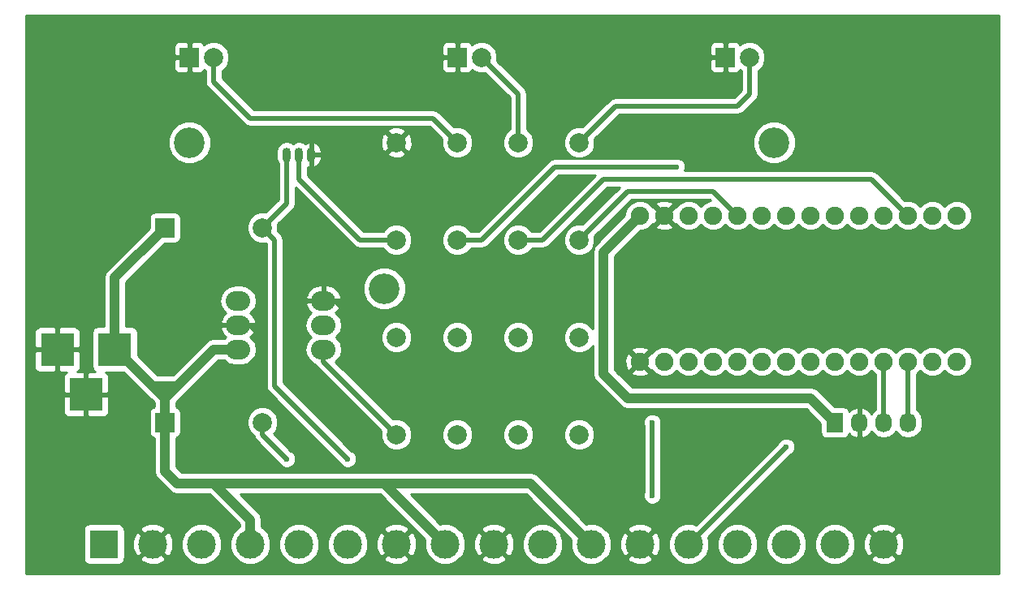
<source format=gbr>
G04 #@! TF.FileFunction,Copper,L1,Top,Signal*
%FSLAX46Y46*%
G04 Gerber Fmt 4.6, Leading zero omitted, Abs format (unit mm)*
G04 Created by KiCad (PCBNEW 0.201509221857+6208~30~ubuntu14.04.1-product) date Fri 23 Oct 2015 02:53:06 PM CDT*
%MOMM*%
G01*
G04 APERTURE LIST*
%ADD10C,0.100000*%
%ADD11R,3.500120X3.500120*%
%ADD12C,3.200000*%
%ADD13O,2.540000X2.032000*%
%ADD14C,1.998980*%
%ADD15R,1.998980X1.998980*%
%ADD16R,1.727200X2.032000*%
%ADD17O,1.727200X2.032000*%
%ADD18O,0.899160X1.501140*%
%ADD19C,1.900000*%
%ADD20R,2.000000X2.000000*%
%ADD21C,2.000000*%
%ADD22R,2.999740X2.999740*%
%ADD23C,2.999740*%
%ADD24C,0.600000*%
%ADD25C,1.016000*%
%ADD26C,0.508000*%
%ADD27C,0.254000*%
G04 APERTURE END LIST*
D10*
D11*
X117960140Y-107950000D03*
X111960660Y-107950000D03*
X114960400Y-112649000D03*
D12*
X146050000Y-101600000D03*
D13*
X139700000Y-105410000D03*
X139700000Y-102870000D03*
X139700000Y-107950000D03*
D14*
X133350000Y-115567460D03*
D15*
X123190000Y-115567460D03*
D14*
X133350000Y-95247460D03*
D15*
X123190000Y-95247460D03*
D16*
X193040000Y-115570000D03*
D17*
X195580000Y-115570000D03*
X198120000Y-115570000D03*
X200660000Y-115570000D03*
D18*
X137160000Y-87630000D03*
X138430000Y-87630000D03*
X135890000Y-87630000D03*
D14*
X147320000Y-116840000D03*
X147320000Y-106680000D03*
X147320000Y-86360000D03*
X147320000Y-96520000D03*
D13*
X130810000Y-105410000D03*
X130810000Y-102870000D03*
X130810000Y-107950000D03*
D19*
X175260000Y-109220000D03*
X177800000Y-109220000D03*
X180340000Y-109220000D03*
X182880000Y-109220000D03*
X185420000Y-109220000D03*
X187960000Y-109220000D03*
X190500000Y-109220000D03*
X193040000Y-109220000D03*
X195580000Y-109220000D03*
X198120000Y-109220000D03*
X200660000Y-109220000D03*
X203200000Y-109220000D03*
X205740000Y-109220000D03*
X205740000Y-93980000D03*
X203200000Y-93980000D03*
X200660000Y-93980000D03*
X198120000Y-93980000D03*
X195580000Y-93980000D03*
X193040000Y-93980000D03*
X190500000Y-93980000D03*
X187960000Y-93980000D03*
X185420000Y-93980000D03*
X182880000Y-93980000D03*
X180340000Y-93980000D03*
X177800000Y-93980000D03*
X175260000Y-93980000D03*
X172720000Y-93980000D03*
X172720000Y-109220000D03*
D12*
X125730000Y-86360000D03*
X186690000Y-86360000D03*
D20*
X153670000Y-77470000D03*
D21*
X156210000Y-77470000D03*
D20*
X125730000Y-77470000D03*
D21*
X128270000Y-77470000D03*
D20*
X181610000Y-77470000D03*
D21*
X184150000Y-77470000D03*
D14*
X160020000Y-116840000D03*
X160020000Y-106680000D03*
X160020000Y-86360000D03*
X160020000Y-96520000D03*
X153670000Y-86360000D03*
X153670000Y-96520000D03*
X166370000Y-86360000D03*
X166370000Y-96520000D03*
D22*
X116840000Y-128270000D03*
D23*
X121920000Y-128270000D03*
X127000000Y-128270000D03*
X132080000Y-128270000D03*
X137160000Y-128270000D03*
X142240000Y-128270000D03*
X147320000Y-128270000D03*
X152400000Y-128270000D03*
X157480000Y-128270000D03*
X162560000Y-128270000D03*
X167640000Y-128270000D03*
X172720000Y-128270000D03*
X177800000Y-128270000D03*
X182880000Y-128270000D03*
X187960000Y-128270000D03*
X193040000Y-128270000D03*
X198120000Y-128270000D03*
D14*
X153670000Y-116840000D03*
X153670000Y-106680000D03*
X166370000Y-116840000D03*
X166370000Y-106680000D03*
D24*
X144780000Y-106680000D03*
X135890000Y-115570000D03*
X139700000Y-119380000D03*
X135890000Y-119380000D03*
X142240000Y-119380000D03*
X173990000Y-115570000D03*
X173990000Y-123190000D03*
X187960000Y-118110000D03*
X176530000Y-88900000D03*
D25*
X152400000Y-128270000D02*
X146050000Y-121920000D01*
X146050000Y-121920000D02*
X147320000Y-121920000D01*
X132080000Y-128270000D02*
X132080000Y-125730000D01*
X132080000Y-125730000D02*
X128270000Y-121920000D01*
X123190000Y-115567460D02*
X123190000Y-120650000D01*
X161290000Y-121920000D02*
X167640000Y-128270000D01*
X124460000Y-121920000D02*
X128270000Y-121920000D01*
X128270000Y-121920000D02*
X147320000Y-121920000D01*
X147320000Y-121920000D02*
X161290000Y-121920000D01*
X123190000Y-120650000D02*
X124460000Y-121920000D01*
X117960140Y-107950000D02*
X117960140Y-100477320D01*
X117960140Y-100477320D02*
X123190000Y-95247460D01*
X121920000Y-111760000D02*
X124460000Y-111760000D01*
X123190000Y-115567460D02*
X123190000Y-113030000D01*
X123190000Y-113030000D02*
X124460000Y-111760000D01*
X124460000Y-111760000D02*
X128270000Y-107950000D01*
X128270000Y-107950000D02*
X130810000Y-107950000D01*
X117960140Y-107950000D02*
X118110000Y-107950000D01*
X118110000Y-107950000D02*
X121920000Y-111760000D01*
X121920000Y-111760000D02*
X123190000Y-113030000D01*
D26*
X139700000Y-102870000D02*
X140970000Y-102870000D01*
X140970000Y-102870000D02*
X144780000Y-106680000D01*
X135890000Y-115570000D02*
X135890000Y-116840000D01*
X132080000Y-105410000D02*
X133350000Y-106680000D01*
X133350000Y-106680000D02*
X133350000Y-113030000D01*
X133350000Y-113030000D02*
X135890000Y-115570000D01*
X130810000Y-105410000D02*
X132080000Y-105410000D01*
X135890000Y-116840000D02*
X139700000Y-119380000D01*
X133350000Y-116840000D02*
X133350000Y-115567460D01*
X135890000Y-119380000D02*
X133350000Y-116840000D01*
X133352540Y-115570000D02*
X133350000Y-115567460D01*
X134620000Y-96517460D02*
X133350000Y-95247460D01*
X134620000Y-111760000D02*
X134620000Y-96517460D01*
X142240000Y-119380000D02*
X134620000Y-111760000D01*
X135890000Y-87630000D02*
X135890000Y-92707460D01*
X135890000Y-92707460D02*
X133350000Y-95247460D01*
X133350000Y-95247460D02*
X133352540Y-95247460D01*
D25*
X172720000Y-93980000D02*
X170180000Y-96520000D01*
X190500000Y-113030000D02*
X193040000Y-115570000D01*
X171450000Y-113030000D02*
X190500000Y-113030000D01*
X168910000Y-110490000D02*
X171450000Y-113030000D01*
X168910000Y-97790000D02*
X168910000Y-110490000D01*
X170180000Y-96520000D02*
X168910000Y-97790000D01*
D26*
X198120000Y-115570000D02*
X198120000Y-109220000D01*
X173990000Y-123190000D02*
X173990000Y-115570000D01*
X177800000Y-128270000D02*
X187960000Y-118110000D01*
X139700000Y-107950000D02*
X139700000Y-109220000D01*
X139700000Y-109220000D02*
X147320000Y-116840000D01*
X160020000Y-96520000D02*
X162560000Y-96520000D01*
X162560000Y-96520000D02*
X168910000Y-90170000D01*
X168910000Y-90170000D02*
X196850000Y-90170000D01*
X196850000Y-90170000D02*
X200660000Y-93980000D01*
X137160000Y-87630000D02*
X137160000Y-90170000D01*
X143510000Y-96520000D02*
X147320000Y-96520000D01*
X137160000Y-90170000D02*
X143510000Y-96520000D01*
X200660000Y-109220000D02*
X200660000Y-115570000D01*
X156210000Y-77470000D02*
X160020000Y-81280000D01*
X160020000Y-81280000D02*
X160020000Y-86360000D01*
X128270000Y-77470000D02*
X128270000Y-80010000D01*
X151130000Y-83820000D02*
X153670000Y-86360000D01*
X132080000Y-83820000D02*
X151130000Y-83820000D01*
X128270000Y-80010000D02*
X132080000Y-83820000D01*
X182880000Y-82550000D02*
X170180000Y-82550000D01*
X184150000Y-81280000D02*
X182880000Y-82550000D01*
X184150000Y-77470000D02*
X184150000Y-81280000D01*
X170180000Y-82550000D02*
X166370000Y-86360000D01*
X153670000Y-96520000D02*
X156210000Y-96520000D01*
X163830000Y-88900000D02*
X176530000Y-88900000D01*
X156210000Y-96520000D02*
X163830000Y-88900000D01*
X166370000Y-96520000D02*
X171450000Y-91440000D01*
X180340000Y-91440000D02*
X182880000Y-93980000D01*
X171450000Y-91440000D02*
X180340000Y-91440000D01*
D27*
G36*
X210110000Y-131370000D02*
X108660000Y-131370000D01*
X108660000Y-126770130D01*
X114692690Y-126770130D01*
X114692690Y-129769870D01*
X114736968Y-130005187D01*
X114876040Y-130221311D01*
X115088240Y-130366301D01*
X115340130Y-130417310D01*
X118339870Y-130417310D01*
X118575187Y-130373032D01*
X118791311Y-130233960D01*
X118936301Y-130021760D01*
X118984473Y-129783877D01*
X120585728Y-129783877D01*
X120745495Y-130102632D01*
X121536217Y-130412595D01*
X122385366Y-130396367D01*
X123094505Y-130102632D01*
X123254272Y-129783877D01*
X121920000Y-128449605D01*
X120585728Y-129783877D01*
X118984473Y-129783877D01*
X118987310Y-129769870D01*
X118987310Y-127886217D01*
X119777405Y-127886217D01*
X119793633Y-128735366D01*
X120087368Y-129444505D01*
X120406123Y-129604272D01*
X121740395Y-128270000D01*
X122099605Y-128270000D01*
X123433877Y-129604272D01*
X123752632Y-129444505D01*
X124047304Y-128692789D01*
X124864760Y-128692789D01*
X125189090Y-129477727D01*
X125789114Y-130078800D01*
X126573485Y-130404499D01*
X127422789Y-130405240D01*
X128207727Y-130080910D01*
X128808800Y-129480886D01*
X129134499Y-128696515D01*
X129135240Y-127847211D01*
X128810910Y-127062273D01*
X128210886Y-126461200D01*
X127426515Y-126135501D01*
X126577211Y-126134760D01*
X125792273Y-126459090D01*
X125191200Y-127059114D01*
X124865501Y-127843485D01*
X124864760Y-128692789D01*
X124047304Y-128692789D01*
X124062595Y-128653783D01*
X124046367Y-127804634D01*
X123752632Y-127095495D01*
X123433877Y-126935728D01*
X122099605Y-128270000D01*
X121740395Y-128270000D01*
X120406123Y-126935728D01*
X120087368Y-127095495D01*
X119777405Y-127886217D01*
X118987310Y-127886217D01*
X118987310Y-126770130D01*
X118984675Y-126756123D01*
X120585728Y-126756123D01*
X121920000Y-128090395D01*
X123254272Y-126756123D01*
X123094505Y-126437368D01*
X122303783Y-126127405D01*
X121454634Y-126143633D01*
X120745495Y-126437368D01*
X120585728Y-126756123D01*
X118984675Y-126756123D01*
X118943032Y-126534813D01*
X118803960Y-126318689D01*
X118591760Y-126173699D01*
X118339870Y-126122690D01*
X115340130Y-126122690D01*
X115104813Y-126166968D01*
X114888689Y-126306040D01*
X114743699Y-126518240D01*
X114692690Y-126770130D01*
X108660000Y-126770130D01*
X108660000Y-112934750D01*
X112575340Y-112934750D01*
X112575340Y-114525370D01*
X112672013Y-114758759D01*
X112850642Y-114937387D01*
X113084031Y-115034060D01*
X114674650Y-115034060D01*
X114833400Y-114875310D01*
X114833400Y-112776000D01*
X115087400Y-112776000D01*
X115087400Y-114875310D01*
X115246150Y-115034060D01*
X116836769Y-115034060D01*
X117070158Y-114937387D01*
X117248787Y-114758759D01*
X117345460Y-114525370D01*
X117345460Y-112934750D01*
X117186710Y-112776000D01*
X115087400Y-112776000D01*
X114833400Y-112776000D01*
X112734090Y-112776000D01*
X112575340Y-112934750D01*
X108660000Y-112934750D01*
X108660000Y-108235750D01*
X109575600Y-108235750D01*
X109575600Y-109826370D01*
X109672273Y-110059759D01*
X109850902Y-110238387D01*
X110084291Y-110335060D01*
X111674910Y-110335060D01*
X111833660Y-110176310D01*
X111833660Y-108077000D01*
X112087660Y-108077000D01*
X112087660Y-110176310D01*
X112246410Y-110335060D01*
X112912332Y-110335060D01*
X112850642Y-110360613D01*
X112672013Y-110539241D01*
X112575340Y-110772630D01*
X112575340Y-112363250D01*
X112734090Y-112522000D01*
X114833400Y-112522000D01*
X114833400Y-110422690D01*
X115087400Y-110422690D01*
X115087400Y-112522000D01*
X117186710Y-112522000D01*
X117345460Y-112363250D01*
X117345460Y-110772630D01*
X117248787Y-110539241D01*
X117070158Y-110360613D01*
X117038500Y-110347500D01*
X118891054Y-110347500D01*
X122047000Y-113503446D01*
X122047000Y-113947533D01*
X121955193Y-113964808D01*
X121739069Y-114103880D01*
X121594079Y-114316080D01*
X121543070Y-114567970D01*
X121543070Y-116566950D01*
X121587348Y-116802267D01*
X121726420Y-117018391D01*
X121938620Y-117163381D01*
X122047000Y-117185328D01*
X122047000Y-120650000D01*
X122134006Y-121087407D01*
X122381777Y-121458223D01*
X123651777Y-122728223D01*
X124022593Y-122975994D01*
X124460000Y-123063000D01*
X127796554Y-123063000D01*
X130937000Y-126203446D01*
X130937000Y-126432345D01*
X130872273Y-126459090D01*
X130271200Y-127059114D01*
X129945501Y-127843485D01*
X129944760Y-128692789D01*
X130269090Y-129477727D01*
X130869114Y-130078800D01*
X131653485Y-130404499D01*
X132502789Y-130405240D01*
X133287727Y-130080910D01*
X133888800Y-129480886D01*
X134214499Y-128696515D01*
X134214502Y-128692789D01*
X135024760Y-128692789D01*
X135349090Y-129477727D01*
X135949114Y-130078800D01*
X136733485Y-130404499D01*
X137582789Y-130405240D01*
X138367727Y-130080910D01*
X138968800Y-129480886D01*
X139294499Y-128696515D01*
X139294502Y-128692789D01*
X140104760Y-128692789D01*
X140429090Y-129477727D01*
X141029114Y-130078800D01*
X141813485Y-130404499D01*
X142662789Y-130405240D01*
X143447727Y-130080910D01*
X143745279Y-129783877D01*
X145985728Y-129783877D01*
X146145495Y-130102632D01*
X146936217Y-130412595D01*
X147785366Y-130396367D01*
X148494505Y-130102632D01*
X148654272Y-129783877D01*
X147320000Y-128449605D01*
X145985728Y-129783877D01*
X143745279Y-129783877D01*
X144048800Y-129480886D01*
X144374499Y-128696515D01*
X144375205Y-127886217D01*
X145177405Y-127886217D01*
X145193633Y-128735366D01*
X145487368Y-129444505D01*
X145806123Y-129604272D01*
X147140395Y-128270000D01*
X147499605Y-128270000D01*
X148833877Y-129604272D01*
X149152632Y-129444505D01*
X149462595Y-128653783D01*
X149446367Y-127804634D01*
X149152632Y-127095495D01*
X148833877Y-126935728D01*
X147499605Y-128270000D01*
X147140395Y-128270000D01*
X145806123Y-126935728D01*
X145487368Y-127095495D01*
X145177405Y-127886217D01*
X144375205Y-127886217D01*
X144375240Y-127847211D01*
X144050910Y-127062273D01*
X143745295Y-126756123D01*
X145985728Y-126756123D01*
X147320000Y-128090395D01*
X148654272Y-126756123D01*
X148494505Y-126437368D01*
X147703783Y-126127405D01*
X146854634Y-126143633D01*
X146145495Y-126437368D01*
X145985728Y-126756123D01*
X143745295Y-126756123D01*
X143450886Y-126461200D01*
X142666515Y-126135501D01*
X141817211Y-126134760D01*
X141032273Y-126459090D01*
X140431200Y-127059114D01*
X140105501Y-127843485D01*
X140104760Y-128692789D01*
X139294502Y-128692789D01*
X139295240Y-127847211D01*
X138970910Y-127062273D01*
X138370886Y-126461200D01*
X137586515Y-126135501D01*
X136737211Y-126134760D01*
X135952273Y-126459090D01*
X135351200Y-127059114D01*
X135025501Y-127843485D01*
X135024760Y-128692789D01*
X134214502Y-128692789D01*
X134215240Y-127847211D01*
X133890910Y-127062273D01*
X133290886Y-126461200D01*
X133223000Y-126433011D01*
X133223000Y-125730000D01*
X133135994Y-125292593D01*
X132888223Y-124921777D01*
X131029446Y-123063000D01*
X145576554Y-123063000D01*
X150292359Y-127778805D01*
X150265501Y-127843485D01*
X150264760Y-128692789D01*
X150589090Y-129477727D01*
X151189114Y-130078800D01*
X151973485Y-130404499D01*
X152822789Y-130405240D01*
X153607727Y-130080910D01*
X153905279Y-129783877D01*
X156145728Y-129783877D01*
X156305495Y-130102632D01*
X157096217Y-130412595D01*
X157945366Y-130396367D01*
X158654505Y-130102632D01*
X158814272Y-129783877D01*
X157480000Y-128449605D01*
X156145728Y-129783877D01*
X153905279Y-129783877D01*
X154208800Y-129480886D01*
X154534499Y-128696515D01*
X154535205Y-127886217D01*
X155337405Y-127886217D01*
X155353633Y-128735366D01*
X155647368Y-129444505D01*
X155966123Y-129604272D01*
X157300395Y-128270000D01*
X157659605Y-128270000D01*
X158993877Y-129604272D01*
X159312632Y-129444505D01*
X159607304Y-128692789D01*
X160424760Y-128692789D01*
X160749090Y-129477727D01*
X161349114Y-130078800D01*
X162133485Y-130404499D01*
X162982789Y-130405240D01*
X163767727Y-130080910D01*
X164368800Y-129480886D01*
X164694499Y-128696515D01*
X164695240Y-127847211D01*
X164370910Y-127062273D01*
X163770886Y-126461200D01*
X162986515Y-126135501D01*
X162137211Y-126134760D01*
X161352273Y-126459090D01*
X160751200Y-127059114D01*
X160425501Y-127843485D01*
X160424760Y-128692789D01*
X159607304Y-128692789D01*
X159622595Y-128653783D01*
X159606367Y-127804634D01*
X159312632Y-127095495D01*
X158993877Y-126935728D01*
X157659605Y-128270000D01*
X157300395Y-128270000D01*
X155966123Y-126935728D01*
X155647368Y-127095495D01*
X155337405Y-127886217D01*
X154535205Y-127886217D01*
X154535240Y-127847211D01*
X154210910Y-127062273D01*
X153905295Y-126756123D01*
X156145728Y-126756123D01*
X157480000Y-128090395D01*
X158814272Y-126756123D01*
X158654505Y-126437368D01*
X157863783Y-126127405D01*
X157014634Y-126143633D01*
X156305495Y-126437368D01*
X156145728Y-126756123D01*
X153905295Y-126756123D01*
X153610886Y-126461200D01*
X152826515Y-126135501D01*
X151977211Y-126134760D01*
X151909276Y-126162830D01*
X148809446Y-123063000D01*
X160816554Y-123063000D01*
X165532359Y-127778805D01*
X165505501Y-127843485D01*
X165504760Y-128692789D01*
X165829090Y-129477727D01*
X166429114Y-130078800D01*
X167213485Y-130404499D01*
X168062789Y-130405240D01*
X168847727Y-130080910D01*
X169145279Y-129783877D01*
X171385728Y-129783877D01*
X171545495Y-130102632D01*
X172336217Y-130412595D01*
X173185366Y-130396367D01*
X173894505Y-130102632D01*
X174054272Y-129783877D01*
X172720000Y-128449605D01*
X171385728Y-129783877D01*
X169145279Y-129783877D01*
X169448800Y-129480886D01*
X169774499Y-128696515D01*
X169775205Y-127886217D01*
X170577405Y-127886217D01*
X170593633Y-128735366D01*
X170887368Y-129444505D01*
X171206123Y-129604272D01*
X172540395Y-128270000D01*
X172899605Y-128270000D01*
X174233877Y-129604272D01*
X174552632Y-129444505D01*
X174847304Y-128692789D01*
X175664760Y-128692789D01*
X175989090Y-129477727D01*
X176589114Y-130078800D01*
X177373485Y-130404499D01*
X178222789Y-130405240D01*
X179007727Y-130080910D01*
X179608800Y-129480886D01*
X179934499Y-128696515D01*
X179934502Y-128692789D01*
X180744760Y-128692789D01*
X181069090Y-129477727D01*
X181669114Y-130078800D01*
X182453485Y-130404499D01*
X183302789Y-130405240D01*
X184087727Y-130080910D01*
X184688800Y-129480886D01*
X185014499Y-128696515D01*
X185014502Y-128692789D01*
X185824760Y-128692789D01*
X186149090Y-129477727D01*
X186749114Y-130078800D01*
X187533485Y-130404499D01*
X188382789Y-130405240D01*
X189167727Y-130080910D01*
X189768800Y-129480886D01*
X190094499Y-128696515D01*
X190094502Y-128692789D01*
X190904760Y-128692789D01*
X191229090Y-129477727D01*
X191829114Y-130078800D01*
X192613485Y-130404499D01*
X193462789Y-130405240D01*
X194247727Y-130080910D01*
X194545279Y-129783877D01*
X196785728Y-129783877D01*
X196945495Y-130102632D01*
X197736217Y-130412595D01*
X198585366Y-130396367D01*
X199294505Y-130102632D01*
X199454272Y-129783877D01*
X198120000Y-128449605D01*
X196785728Y-129783877D01*
X194545279Y-129783877D01*
X194848800Y-129480886D01*
X195174499Y-128696515D01*
X195175205Y-127886217D01*
X195977405Y-127886217D01*
X195993633Y-128735366D01*
X196287368Y-129444505D01*
X196606123Y-129604272D01*
X197940395Y-128270000D01*
X198299605Y-128270000D01*
X199633877Y-129604272D01*
X199952632Y-129444505D01*
X200262595Y-128653783D01*
X200246367Y-127804634D01*
X199952632Y-127095495D01*
X199633877Y-126935728D01*
X198299605Y-128270000D01*
X197940395Y-128270000D01*
X196606123Y-126935728D01*
X196287368Y-127095495D01*
X195977405Y-127886217D01*
X195175205Y-127886217D01*
X195175240Y-127847211D01*
X194850910Y-127062273D01*
X194545295Y-126756123D01*
X196785728Y-126756123D01*
X198120000Y-128090395D01*
X199454272Y-126756123D01*
X199294505Y-126437368D01*
X198503783Y-126127405D01*
X197654634Y-126143633D01*
X196945495Y-126437368D01*
X196785728Y-126756123D01*
X194545295Y-126756123D01*
X194250886Y-126461200D01*
X193466515Y-126135501D01*
X192617211Y-126134760D01*
X191832273Y-126459090D01*
X191231200Y-127059114D01*
X190905501Y-127843485D01*
X190904760Y-128692789D01*
X190094502Y-128692789D01*
X190095240Y-127847211D01*
X189770910Y-127062273D01*
X189170886Y-126461200D01*
X188386515Y-126135501D01*
X187537211Y-126134760D01*
X186752273Y-126459090D01*
X186151200Y-127059114D01*
X185825501Y-127843485D01*
X185824760Y-128692789D01*
X185014502Y-128692789D01*
X185015240Y-127847211D01*
X184690910Y-127062273D01*
X184090886Y-126461200D01*
X183306515Y-126135501D01*
X182457211Y-126134760D01*
X181672273Y-126459090D01*
X181071200Y-127059114D01*
X180745501Y-127843485D01*
X180744760Y-128692789D01*
X179934502Y-128692789D01*
X179935240Y-127847211D01*
X179802143Y-127525093D01*
X188378474Y-118948762D01*
X188488943Y-118903117D01*
X188752192Y-118640327D01*
X188894838Y-118296799D01*
X188895162Y-117924833D01*
X188753117Y-117581057D01*
X188490327Y-117317808D01*
X188146799Y-117175162D01*
X187774833Y-117174838D01*
X187431057Y-117316883D01*
X187167808Y-117579673D01*
X187121451Y-117691313D01*
X178545012Y-126267752D01*
X178226515Y-126135501D01*
X177377211Y-126134760D01*
X176592273Y-126459090D01*
X175991200Y-127059114D01*
X175665501Y-127843485D01*
X175664760Y-128692789D01*
X174847304Y-128692789D01*
X174862595Y-128653783D01*
X174846367Y-127804634D01*
X174552632Y-127095495D01*
X174233877Y-126935728D01*
X172899605Y-128270000D01*
X172540395Y-128270000D01*
X171206123Y-126935728D01*
X170887368Y-127095495D01*
X170577405Y-127886217D01*
X169775205Y-127886217D01*
X169775240Y-127847211D01*
X169450910Y-127062273D01*
X169145295Y-126756123D01*
X171385728Y-126756123D01*
X172720000Y-128090395D01*
X174054272Y-126756123D01*
X173894505Y-126437368D01*
X173103783Y-126127405D01*
X172254634Y-126143633D01*
X171545495Y-126437368D01*
X171385728Y-126756123D01*
X169145295Y-126756123D01*
X168850886Y-126461200D01*
X168066515Y-126135501D01*
X167217211Y-126134760D01*
X167149276Y-126162830D01*
X162098223Y-121111777D01*
X161727407Y-120864006D01*
X161290000Y-120777000D01*
X124933446Y-120777000D01*
X124333000Y-120176554D01*
X124333000Y-117187387D01*
X124424807Y-117170112D01*
X124640931Y-117031040D01*
X124785921Y-116818840D01*
X124836930Y-116566950D01*
X124836930Y-115891154D01*
X131715226Y-115891154D01*
X131963538Y-116492115D01*
X132422927Y-116952306D01*
X132488778Y-116979650D01*
X132528671Y-117180206D01*
X132619996Y-117316883D01*
X132721382Y-117468618D01*
X135051238Y-119798474D01*
X135096883Y-119908943D01*
X135359673Y-120172192D01*
X135703201Y-120314838D01*
X136075167Y-120315162D01*
X136418943Y-120173117D01*
X136682192Y-119910327D01*
X136824838Y-119566799D01*
X136825162Y-119194833D01*
X136683117Y-118851057D01*
X136420327Y-118587808D01*
X136308687Y-118541451D01*
X134498101Y-116730865D01*
X134734846Y-116494533D01*
X134984206Y-115894007D01*
X134984774Y-115243766D01*
X134736462Y-114642805D01*
X134277073Y-114182614D01*
X133676547Y-113933254D01*
X133026306Y-113932686D01*
X132425345Y-114180998D01*
X131965154Y-114640387D01*
X131715794Y-115240913D01*
X131715226Y-115891154D01*
X124836930Y-115891154D01*
X124836930Y-114567970D01*
X124792652Y-114332653D01*
X124653580Y-114116529D01*
X124441380Y-113971539D01*
X124333000Y-113949592D01*
X124333000Y-113503446D01*
X128743446Y-109093000D01*
X129334920Y-109093000D01*
X129351246Y-109117433D01*
X129886869Y-109475325D01*
X130518679Y-109601000D01*
X131101321Y-109601000D01*
X131733131Y-109475325D01*
X132268754Y-109117433D01*
X132626646Y-108581810D01*
X132752321Y-107950000D01*
X132626646Y-107318190D01*
X132268754Y-106782567D01*
X132094219Y-106665946D01*
X132321236Y-106487630D01*
X132637926Y-105924477D01*
X132669975Y-105792944D01*
X132550836Y-105537000D01*
X130937000Y-105537000D01*
X130937000Y-105557000D01*
X130683000Y-105557000D01*
X130683000Y-105537000D01*
X129069164Y-105537000D01*
X128950025Y-105792944D01*
X128982074Y-105924477D01*
X129298764Y-106487630D01*
X129525781Y-106665946D01*
X129351246Y-106782567D01*
X129334920Y-106807000D01*
X128270000Y-106807000D01*
X127832593Y-106894006D01*
X127461777Y-107141777D01*
X123986554Y-110617000D01*
X122393446Y-110617000D01*
X120357640Y-108581194D01*
X120357640Y-106199940D01*
X120313362Y-105964623D01*
X120174290Y-105748499D01*
X119962090Y-105603509D01*
X119710200Y-105552500D01*
X119103140Y-105552500D01*
X119103140Y-102870000D01*
X128867679Y-102870000D01*
X128993354Y-103501810D01*
X129351246Y-104037433D01*
X129525781Y-104154054D01*
X129298764Y-104332370D01*
X128982074Y-104895523D01*
X128950025Y-105027056D01*
X129069164Y-105283000D01*
X130683000Y-105283000D01*
X130683000Y-105263000D01*
X130937000Y-105263000D01*
X130937000Y-105283000D01*
X132550836Y-105283000D01*
X132669975Y-105027056D01*
X132637926Y-104895523D01*
X132321236Y-104332370D01*
X132094219Y-104154054D01*
X132268754Y-104037433D01*
X132626646Y-103501810D01*
X132752321Y-102870000D01*
X132626646Y-102238190D01*
X132268754Y-101702567D01*
X131733131Y-101344675D01*
X131101321Y-101219000D01*
X130518679Y-101219000D01*
X129886869Y-101344675D01*
X129351246Y-101702567D01*
X128993354Y-102238190D01*
X128867679Y-102870000D01*
X119103140Y-102870000D01*
X119103140Y-100950766D01*
X123159516Y-96894390D01*
X124189490Y-96894390D01*
X124424807Y-96850112D01*
X124640931Y-96711040D01*
X124785921Y-96498840D01*
X124836930Y-96246950D01*
X124836930Y-95571154D01*
X131715226Y-95571154D01*
X131963538Y-96172115D01*
X132422927Y-96632306D01*
X133023453Y-96881666D01*
X133673694Y-96882234D01*
X133711795Y-96866491D01*
X133731000Y-96885696D01*
X133731000Y-111760000D01*
X133798671Y-112100206D01*
X133906809Y-112262046D01*
X133991382Y-112388618D01*
X141401238Y-119798474D01*
X141446883Y-119908943D01*
X141709673Y-120172192D01*
X142053201Y-120314838D01*
X142425167Y-120315162D01*
X142768943Y-120173117D01*
X143032192Y-119910327D01*
X143174838Y-119566799D01*
X143175162Y-119194833D01*
X143033117Y-118851057D01*
X142770327Y-118587808D01*
X142658687Y-118541451D01*
X135509000Y-111391764D01*
X135509000Y-105410000D01*
X137757679Y-105410000D01*
X137883354Y-106041810D01*
X138241246Y-106577433D01*
X138394748Y-106680000D01*
X138241246Y-106782567D01*
X137883354Y-107318190D01*
X137757679Y-107950000D01*
X137883354Y-108581810D01*
X138241246Y-109117433D01*
X138776869Y-109475325D01*
X138865285Y-109492912D01*
X138878671Y-109560206D01*
X138972119Y-109700060D01*
X139071382Y-109848618D01*
X145700588Y-116477824D01*
X145685794Y-116513453D01*
X145685226Y-117163694D01*
X145933538Y-117764655D01*
X146392927Y-118224846D01*
X146993453Y-118474206D01*
X147643694Y-118474774D01*
X148244655Y-118226462D01*
X148704846Y-117767073D01*
X148954206Y-117166547D01*
X148954208Y-117163694D01*
X152035226Y-117163694D01*
X152283538Y-117764655D01*
X152742927Y-118224846D01*
X153343453Y-118474206D01*
X153993694Y-118474774D01*
X154594655Y-118226462D01*
X155054846Y-117767073D01*
X155304206Y-117166547D01*
X155304208Y-117163694D01*
X158385226Y-117163694D01*
X158633538Y-117764655D01*
X159092927Y-118224846D01*
X159693453Y-118474206D01*
X160343694Y-118474774D01*
X160944655Y-118226462D01*
X161404846Y-117767073D01*
X161654206Y-117166547D01*
X161654208Y-117163694D01*
X164735226Y-117163694D01*
X164983538Y-117764655D01*
X165442927Y-118224846D01*
X166043453Y-118474206D01*
X166693694Y-118474774D01*
X167294655Y-118226462D01*
X167754846Y-117767073D01*
X168004206Y-117166547D01*
X168004774Y-116516306D01*
X167756462Y-115915345D01*
X167596564Y-115755167D01*
X173054838Y-115755167D01*
X173101000Y-115866888D01*
X173101000Y-122892811D01*
X173055162Y-123003201D01*
X173054838Y-123375167D01*
X173196883Y-123718943D01*
X173459673Y-123982192D01*
X173803201Y-124124838D01*
X174175167Y-124125162D01*
X174518943Y-123983117D01*
X174782192Y-123720327D01*
X174924838Y-123376799D01*
X174925162Y-123004833D01*
X174879000Y-122893112D01*
X174879000Y-115867189D01*
X174924838Y-115756799D01*
X174925162Y-115384833D01*
X174783117Y-115041057D01*
X174520327Y-114777808D01*
X174176799Y-114635162D01*
X173804833Y-114634838D01*
X173461057Y-114776883D01*
X173197808Y-115039673D01*
X173055162Y-115383201D01*
X173054838Y-115755167D01*
X167596564Y-115755167D01*
X167297073Y-115455154D01*
X166696547Y-115205794D01*
X166046306Y-115205226D01*
X165445345Y-115453538D01*
X164985154Y-115912927D01*
X164735794Y-116513453D01*
X164735226Y-117163694D01*
X161654208Y-117163694D01*
X161654774Y-116516306D01*
X161406462Y-115915345D01*
X160947073Y-115455154D01*
X160346547Y-115205794D01*
X159696306Y-115205226D01*
X159095345Y-115453538D01*
X158635154Y-115912927D01*
X158385794Y-116513453D01*
X158385226Y-117163694D01*
X155304208Y-117163694D01*
X155304774Y-116516306D01*
X155056462Y-115915345D01*
X154597073Y-115455154D01*
X153996547Y-115205794D01*
X153346306Y-115205226D01*
X152745345Y-115453538D01*
X152285154Y-115912927D01*
X152035794Y-116513453D01*
X152035226Y-117163694D01*
X148954208Y-117163694D01*
X148954774Y-116516306D01*
X148706462Y-115915345D01*
X148247073Y-115455154D01*
X147646547Y-115205794D01*
X146996306Y-115205226D01*
X146958205Y-115220969D01*
X140976468Y-109239232D01*
X141158754Y-109117433D01*
X141516646Y-108581810D01*
X141642321Y-107950000D01*
X141516646Y-107318190D01*
X141306507Y-107003694D01*
X145685226Y-107003694D01*
X145933538Y-107604655D01*
X146392927Y-108064846D01*
X146993453Y-108314206D01*
X147643694Y-108314774D01*
X148244655Y-108066462D01*
X148704846Y-107607073D01*
X148954206Y-107006547D01*
X148954208Y-107003694D01*
X152035226Y-107003694D01*
X152283538Y-107604655D01*
X152742927Y-108064846D01*
X153343453Y-108314206D01*
X153993694Y-108314774D01*
X154594655Y-108066462D01*
X155054846Y-107607073D01*
X155304206Y-107006547D01*
X155304208Y-107003694D01*
X158385226Y-107003694D01*
X158633538Y-107604655D01*
X159092927Y-108064846D01*
X159693453Y-108314206D01*
X160343694Y-108314774D01*
X160944655Y-108066462D01*
X161404846Y-107607073D01*
X161654206Y-107006547D01*
X161654208Y-107003694D01*
X164735226Y-107003694D01*
X164983538Y-107604655D01*
X165442927Y-108064846D01*
X166043453Y-108314206D01*
X166693694Y-108314774D01*
X167294655Y-108066462D01*
X167754846Y-107607073D01*
X167767000Y-107577803D01*
X167767000Y-110490000D01*
X167854006Y-110927407D01*
X168101777Y-111298223D01*
X170641777Y-113838223D01*
X171012593Y-114085994D01*
X171450000Y-114173000D01*
X190026554Y-114173000D01*
X191528960Y-115675406D01*
X191528960Y-116586000D01*
X191573238Y-116821317D01*
X191712310Y-117037441D01*
X191924510Y-117182431D01*
X192176400Y-117233440D01*
X193903600Y-117233440D01*
X194138917Y-117189162D01*
X194355041Y-117050090D01*
X194500031Y-116837890D01*
X194519232Y-116743073D01*
X194677964Y-116920732D01*
X195205209Y-117174709D01*
X195220974Y-117177358D01*
X195453000Y-117056217D01*
X195453000Y-115697000D01*
X195433000Y-115697000D01*
X195433000Y-115443000D01*
X195453000Y-115443000D01*
X195453000Y-114083783D01*
X195220974Y-113962642D01*
X195205209Y-113965291D01*
X194677964Y-114219268D01*
X194521093Y-114394845D01*
X194506762Y-114318683D01*
X194367690Y-114102559D01*
X194155490Y-113957569D01*
X193903600Y-113906560D01*
X192993006Y-113906560D01*
X191308223Y-112221777D01*
X190937407Y-111974006D01*
X190500000Y-111887000D01*
X171923446Y-111887000D01*
X170372796Y-110336350D01*
X171783255Y-110336350D01*
X171875792Y-110598019D01*
X172467398Y-110816188D01*
X173097461Y-110791352D01*
X173564208Y-110598019D01*
X173656745Y-110336350D01*
X172720000Y-109399605D01*
X171783255Y-110336350D01*
X170372796Y-110336350D01*
X170053000Y-110016554D01*
X170053000Y-108967398D01*
X171123812Y-108967398D01*
X171148648Y-109597461D01*
X171341981Y-110064208D01*
X171603650Y-110156745D01*
X172540395Y-109220000D01*
X172899605Y-109220000D01*
X173836350Y-110156745D01*
X173924439Y-110125593D01*
X174360997Y-110562914D01*
X174943341Y-110804724D01*
X175573893Y-110805275D01*
X176156657Y-110564481D01*
X176530261Y-110191529D01*
X176900997Y-110562914D01*
X177483341Y-110804724D01*
X178113893Y-110805275D01*
X178696657Y-110564481D01*
X179070261Y-110191529D01*
X179440997Y-110562914D01*
X180023341Y-110804724D01*
X180653893Y-110805275D01*
X181236657Y-110564481D01*
X181610261Y-110191529D01*
X181980997Y-110562914D01*
X182563341Y-110804724D01*
X183193893Y-110805275D01*
X183776657Y-110564481D01*
X184150261Y-110191529D01*
X184520997Y-110562914D01*
X185103341Y-110804724D01*
X185733893Y-110805275D01*
X186316657Y-110564481D01*
X186690261Y-110191529D01*
X187060997Y-110562914D01*
X187643341Y-110804724D01*
X188273893Y-110805275D01*
X188856657Y-110564481D01*
X189230261Y-110191529D01*
X189600997Y-110562914D01*
X190183341Y-110804724D01*
X190813893Y-110805275D01*
X191396657Y-110564481D01*
X191770261Y-110191529D01*
X192140997Y-110562914D01*
X192723341Y-110804724D01*
X193353893Y-110805275D01*
X193936657Y-110564481D01*
X194310261Y-110191529D01*
X194680997Y-110562914D01*
X195263341Y-110804724D01*
X195893893Y-110805275D01*
X196476657Y-110564481D01*
X196850261Y-110191529D01*
X197220997Y-110562914D01*
X197231000Y-110567068D01*
X197231000Y-114211547D01*
X197060330Y-114325585D01*
X196853539Y-114635069D01*
X196482036Y-114219268D01*
X195954791Y-113965291D01*
X195939026Y-113962642D01*
X195707000Y-114083783D01*
X195707000Y-115443000D01*
X195727000Y-115443000D01*
X195727000Y-115697000D01*
X195707000Y-115697000D01*
X195707000Y-117056217D01*
X195939026Y-117177358D01*
X195954791Y-117174709D01*
X196482036Y-116920732D01*
X196853539Y-116504931D01*
X197060330Y-116814415D01*
X197546511Y-117139271D01*
X198120000Y-117253345D01*
X198693489Y-117139271D01*
X199179670Y-116814415D01*
X199390000Y-116499634D01*
X199600330Y-116814415D01*
X200086511Y-117139271D01*
X200660000Y-117253345D01*
X201233489Y-117139271D01*
X201719670Y-116814415D01*
X202044526Y-116328234D01*
X202158600Y-115754745D01*
X202158600Y-115385255D01*
X202044526Y-114811766D01*
X201719670Y-114325585D01*
X201549000Y-114211547D01*
X201549000Y-110567645D01*
X201556657Y-110564481D01*
X201930261Y-110191529D01*
X202300997Y-110562914D01*
X202883341Y-110804724D01*
X203513893Y-110805275D01*
X204096657Y-110564481D01*
X204470261Y-110191529D01*
X204840997Y-110562914D01*
X205423341Y-110804724D01*
X206053893Y-110805275D01*
X206636657Y-110564481D01*
X207082914Y-110119003D01*
X207324724Y-109536659D01*
X207325275Y-108906107D01*
X207084481Y-108323343D01*
X206639003Y-107877086D01*
X206056659Y-107635276D01*
X205426107Y-107634725D01*
X204843343Y-107875519D01*
X204469739Y-108248471D01*
X204099003Y-107877086D01*
X203516659Y-107635276D01*
X202886107Y-107634725D01*
X202303343Y-107875519D01*
X201929739Y-108248471D01*
X201559003Y-107877086D01*
X200976659Y-107635276D01*
X200346107Y-107634725D01*
X199763343Y-107875519D01*
X199389739Y-108248471D01*
X199019003Y-107877086D01*
X198436659Y-107635276D01*
X197806107Y-107634725D01*
X197223343Y-107875519D01*
X196849739Y-108248471D01*
X196479003Y-107877086D01*
X195896659Y-107635276D01*
X195266107Y-107634725D01*
X194683343Y-107875519D01*
X194309739Y-108248471D01*
X193939003Y-107877086D01*
X193356659Y-107635276D01*
X192726107Y-107634725D01*
X192143343Y-107875519D01*
X191769739Y-108248471D01*
X191399003Y-107877086D01*
X190816659Y-107635276D01*
X190186107Y-107634725D01*
X189603343Y-107875519D01*
X189229739Y-108248471D01*
X188859003Y-107877086D01*
X188276659Y-107635276D01*
X187646107Y-107634725D01*
X187063343Y-107875519D01*
X186689739Y-108248471D01*
X186319003Y-107877086D01*
X185736659Y-107635276D01*
X185106107Y-107634725D01*
X184523343Y-107875519D01*
X184149739Y-108248471D01*
X183779003Y-107877086D01*
X183196659Y-107635276D01*
X182566107Y-107634725D01*
X181983343Y-107875519D01*
X181609739Y-108248471D01*
X181239003Y-107877086D01*
X180656659Y-107635276D01*
X180026107Y-107634725D01*
X179443343Y-107875519D01*
X179069739Y-108248471D01*
X178699003Y-107877086D01*
X178116659Y-107635276D01*
X177486107Y-107634725D01*
X176903343Y-107875519D01*
X176529739Y-108248471D01*
X176159003Y-107877086D01*
X175576659Y-107635276D01*
X174946107Y-107634725D01*
X174363343Y-107875519D01*
X173923884Y-108314211D01*
X173836350Y-108283255D01*
X172899605Y-109220000D01*
X172540395Y-109220000D01*
X171603650Y-108283255D01*
X171341981Y-108375792D01*
X171123812Y-108967398D01*
X170053000Y-108967398D01*
X170053000Y-108103650D01*
X171783255Y-108103650D01*
X172720000Y-109040395D01*
X173656745Y-108103650D01*
X173564208Y-107841981D01*
X172972602Y-107623812D01*
X172342539Y-107648648D01*
X171875792Y-107841981D01*
X171783255Y-108103650D01*
X170053000Y-108103650D01*
X170053000Y-98263446D01*
X172751418Y-95565028D01*
X173033893Y-95565275D01*
X173616657Y-95324481D01*
X173845186Y-95096350D01*
X174323255Y-95096350D01*
X174415792Y-95358019D01*
X175007398Y-95576188D01*
X175637461Y-95551352D01*
X176104208Y-95358019D01*
X176196745Y-95096350D01*
X175260000Y-94159605D01*
X174323255Y-95096350D01*
X173845186Y-95096350D01*
X174056116Y-94885789D01*
X174143650Y-94916745D01*
X175080395Y-93980000D01*
X174143650Y-93043255D01*
X174055561Y-93074407D01*
X173845172Y-92863650D01*
X174323255Y-92863650D01*
X175260000Y-93800395D01*
X176196745Y-92863650D01*
X176104208Y-92601981D01*
X175512602Y-92383812D01*
X174882539Y-92408648D01*
X174415792Y-92601981D01*
X174323255Y-92863650D01*
X173845172Y-92863650D01*
X173619003Y-92637086D01*
X173036659Y-92395276D01*
X172406107Y-92394725D01*
X171823343Y-92635519D01*
X171377086Y-93080997D01*
X171135276Y-93663341D01*
X171135027Y-93948527D01*
X168101777Y-96981777D01*
X167854006Y-97352593D01*
X167767000Y-97790000D01*
X167767000Y-105780849D01*
X167756462Y-105755345D01*
X167297073Y-105295154D01*
X166696547Y-105045794D01*
X166046306Y-105045226D01*
X165445345Y-105293538D01*
X164985154Y-105752927D01*
X164735794Y-106353453D01*
X164735226Y-107003694D01*
X161654208Y-107003694D01*
X161654774Y-106356306D01*
X161406462Y-105755345D01*
X160947073Y-105295154D01*
X160346547Y-105045794D01*
X159696306Y-105045226D01*
X159095345Y-105293538D01*
X158635154Y-105752927D01*
X158385794Y-106353453D01*
X158385226Y-107003694D01*
X155304208Y-107003694D01*
X155304774Y-106356306D01*
X155056462Y-105755345D01*
X154597073Y-105295154D01*
X153996547Y-105045794D01*
X153346306Y-105045226D01*
X152745345Y-105293538D01*
X152285154Y-105752927D01*
X152035794Y-106353453D01*
X152035226Y-107003694D01*
X148954208Y-107003694D01*
X148954774Y-106356306D01*
X148706462Y-105755345D01*
X148247073Y-105295154D01*
X147646547Y-105045794D01*
X146996306Y-105045226D01*
X146395345Y-105293538D01*
X145935154Y-105752927D01*
X145685794Y-106353453D01*
X145685226Y-107003694D01*
X141306507Y-107003694D01*
X141158754Y-106782567D01*
X141005252Y-106680000D01*
X141158754Y-106577433D01*
X141516646Y-106041810D01*
X141642321Y-105410000D01*
X141516646Y-104778190D01*
X141158754Y-104242567D01*
X140984219Y-104125946D01*
X141211236Y-103947630D01*
X141527926Y-103384477D01*
X141559975Y-103252944D01*
X141440836Y-102997000D01*
X139827000Y-102997000D01*
X139827000Y-103017000D01*
X139573000Y-103017000D01*
X139573000Y-102997000D01*
X137959164Y-102997000D01*
X137840025Y-103252944D01*
X137872074Y-103384477D01*
X138188764Y-103947630D01*
X138415781Y-104125946D01*
X138241246Y-104242567D01*
X137883354Y-104778190D01*
X137757679Y-105410000D01*
X135509000Y-105410000D01*
X135509000Y-102487056D01*
X137840025Y-102487056D01*
X137959164Y-102743000D01*
X139573000Y-102743000D01*
X139573000Y-101219000D01*
X139827000Y-101219000D01*
X139827000Y-102743000D01*
X141440836Y-102743000D01*
X141559975Y-102487056D01*
X141527926Y-102355523D01*
X141351964Y-102042619D01*
X143814613Y-102042619D01*
X144154155Y-102864372D01*
X144782321Y-103493636D01*
X145603481Y-103834611D01*
X146492619Y-103835387D01*
X147314372Y-103495845D01*
X147943636Y-102867679D01*
X148284611Y-102046519D01*
X148285387Y-101157381D01*
X147945845Y-100335628D01*
X147317679Y-99706364D01*
X146496519Y-99365389D01*
X145607381Y-99364613D01*
X144785628Y-99704155D01*
X144156364Y-100332321D01*
X143815389Y-101153481D01*
X143814613Y-102042619D01*
X141351964Y-102042619D01*
X141211236Y-101792370D01*
X140703143Y-101393276D01*
X140081000Y-101219000D01*
X139827000Y-101219000D01*
X139573000Y-101219000D01*
X139319000Y-101219000D01*
X138696857Y-101393276D01*
X138188764Y-101792370D01*
X137872074Y-102355523D01*
X137840025Y-102487056D01*
X135509000Y-102487056D01*
X135509000Y-96517460D01*
X135441329Y-96177254D01*
X135248618Y-95888842D01*
X134969412Y-95609636D01*
X134984206Y-95574007D01*
X134984774Y-94923766D01*
X134969031Y-94885665D01*
X136518618Y-93336078D01*
X136711329Y-93047666D01*
X136779000Y-92707460D01*
X136779000Y-91046236D01*
X142881382Y-97148618D01*
X143169794Y-97341329D01*
X143510000Y-97409000D01*
X145918806Y-97409000D01*
X145933538Y-97444655D01*
X146392927Y-97904846D01*
X146993453Y-98154206D01*
X147643694Y-98154774D01*
X148244655Y-97906462D01*
X148704846Y-97447073D01*
X148954206Y-96846547D01*
X148954208Y-96843694D01*
X152035226Y-96843694D01*
X152283538Y-97444655D01*
X152742927Y-97904846D01*
X153343453Y-98154206D01*
X153993694Y-98154774D01*
X154594655Y-97906462D01*
X155054846Y-97447073D01*
X155070655Y-97409000D01*
X156210000Y-97409000D01*
X156550206Y-97341329D01*
X156838618Y-97148618D01*
X164198236Y-89789000D01*
X168033764Y-89789000D01*
X162191764Y-95631000D01*
X161421194Y-95631000D01*
X161406462Y-95595345D01*
X160947073Y-95135154D01*
X160346547Y-94885794D01*
X159696306Y-94885226D01*
X159095345Y-95133538D01*
X158635154Y-95592927D01*
X158385794Y-96193453D01*
X158385226Y-96843694D01*
X158633538Y-97444655D01*
X159092927Y-97904846D01*
X159693453Y-98154206D01*
X160343694Y-98154774D01*
X160944655Y-97906462D01*
X161404846Y-97447073D01*
X161420655Y-97409000D01*
X162560000Y-97409000D01*
X162900206Y-97341329D01*
X163188618Y-97148618D01*
X169278236Y-91059000D01*
X170573764Y-91059000D01*
X166732176Y-94900588D01*
X166696547Y-94885794D01*
X166046306Y-94885226D01*
X165445345Y-95133538D01*
X164985154Y-95592927D01*
X164735794Y-96193453D01*
X164735226Y-96843694D01*
X164983538Y-97444655D01*
X165442927Y-97904846D01*
X166043453Y-98154206D01*
X166693694Y-98154774D01*
X167294655Y-97906462D01*
X167754846Y-97447073D01*
X168004206Y-96846547D01*
X168004774Y-96196306D01*
X167989031Y-96158205D01*
X171818236Y-92329000D01*
X179971764Y-92329000D01*
X180037499Y-92394735D01*
X180026107Y-92394725D01*
X179443343Y-92635519D01*
X179069739Y-93008471D01*
X178699003Y-92637086D01*
X178116659Y-92395276D01*
X177486107Y-92394725D01*
X176903343Y-92635519D01*
X176463884Y-93074211D01*
X176376350Y-93043255D01*
X175439605Y-93980000D01*
X176376350Y-94916745D01*
X176464439Y-94885593D01*
X176900997Y-95322914D01*
X177483341Y-95564724D01*
X178113893Y-95565275D01*
X178696657Y-95324481D01*
X179070261Y-94951529D01*
X179440997Y-95322914D01*
X180023341Y-95564724D01*
X180653893Y-95565275D01*
X181236657Y-95324481D01*
X181610261Y-94951529D01*
X181980997Y-95322914D01*
X182563341Y-95564724D01*
X183193893Y-95565275D01*
X183776657Y-95324481D01*
X184150261Y-94951529D01*
X184520997Y-95322914D01*
X185103341Y-95564724D01*
X185733893Y-95565275D01*
X186316657Y-95324481D01*
X186690261Y-94951529D01*
X187060997Y-95322914D01*
X187643341Y-95564724D01*
X188273893Y-95565275D01*
X188856657Y-95324481D01*
X189230261Y-94951529D01*
X189600997Y-95322914D01*
X190183341Y-95564724D01*
X190813893Y-95565275D01*
X191396657Y-95324481D01*
X191770261Y-94951529D01*
X192140997Y-95322914D01*
X192723341Y-95564724D01*
X193353893Y-95565275D01*
X193936657Y-95324481D01*
X194310261Y-94951529D01*
X194680997Y-95322914D01*
X195263341Y-95564724D01*
X195893893Y-95565275D01*
X196476657Y-95324481D01*
X196850261Y-94951529D01*
X197220997Y-95322914D01*
X197803341Y-95564724D01*
X198433893Y-95565275D01*
X199016657Y-95324481D01*
X199390261Y-94951529D01*
X199760997Y-95322914D01*
X200343341Y-95564724D01*
X200973893Y-95565275D01*
X201556657Y-95324481D01*
X201930261Y-94951529D01*
X202300997Y-95322914D01*
X202883341Y-95564724D01*
X203513893Y-95565275D01*
X204096657Y-95324481D01*
X204470261Y-94951529D01*
X204840997Y-95322914D01*
X205423341Y-95564724D01*
X206053893Y-95565275D01*
X206636657Y-95324481D01*
X207082914Y-94879003D01*
X207324724Y-94296659D01*
X207325275Y-93666107D01*
X207084481Y-93083343D01*
X206639003Y-92637086D01*
X206056659Y-92395276D01*
X205426107Y-92394725D01*
X204843343Y-92635519D01*
X204469739Y-93008471D01*
X204099003Y-92637086D01*
X203516659Y-92395276D01*
X202886107Y-92394725D01*
X202303343Y-92635519D01*
X201929739Y-93008471D01*
X201559003Y-92637086D01*
X200976659Y-92395276D01*
X200346107Y-92394725D01*
X200336097Y-92398861D01*
X197478618Y-89541382D01*
X197459515Y-89528618D01*
X197190206Y-89348671D01*
X196850000Y-89281000D01*
X177384198Y-89281000D01*
X177464838Y-89086799D01*
X177465162Y-88714833D01*
X177323117Y-88371057D01*
X177060327Y-88107808D01*
X176716799Y-87965162D01*
X176344833Y-87964838D01*
X176233112Y-88011000D01*
X163830000Y-88011000D01*
X163489794Y-88078671D01*
X163201382Y-88271382D01*
X155841764Y-95631000D01*
X155071194Y-95631000D01*
X155056462Y-95595345D01*
X154597073Y-95135154D01*
X153996547Y-94885794D01*
X153346306Y-94885226D01*
X152745345Y-95133538D01*
X152285154Y-95592927D01*
X152035794Y-96193453D01*
X152035226Y-96843694D01*
X148954208Y-96843694D01*
X148954774Y-96196306D01*
X148706462Y-95595345D01*
X148247073Y-95135154D01*
X147646547Y-94885794D01*
X146996306Y-94885226D01*
X146395345Y-95133538D01*
X145935154Y-95592927D01*
X145919345Y-95631000D01*
X143878236Y-95631000D01*
X138049000Y-89801764D01*
X138049000Y-88932428D01*
X138136065Y-88974981D01*
X138303000Y-88848068D01*
X138303000Y-87757000D01*
X138557000Y-87757000D01*
X138557000Y-88848068D01*
X138723935Y-88974981D01*
X139107111Y-88787706D01*
X139383420Y-88463373D01*
X139514580Y-88057990D01*
X139514580Y-87757000D01*
X138557000Y-87757000D01*
X138303000Y-87757000D01*
X138283000Y-87757000D01*
X138283000Y-87512163D01*
X146347443Y-87512163D01*
X146446042Y-87778965D01*
X147055582Y-88005401D01*
X147705377Y-87981341D01*
X148193958Y-87778965D01*
X148292557Y-87512163D01*
X147320000Y-86539605D01*
X146347443Y-87512163D01*
X138283000Y-87512163D01*
X138283000Y-87503000D01*
X138303000Y-87503000D01*
X138303000Y-86411932D01*
X138557000Y-86411932D01*
X138557000Y-87503000D01*
X139514580Y-87503000D01*
X139514580Y-87202010D01*
X139383420Y-86796627D01*
X139107111Y-86472294D01*
X138723935Y-86285019D01*
X138557000Y-86411932D01*
X138303000Y-86411932D01*
X138136065Y-86285019D01*
X137799238Y-86449641D01*
X137575051Y-86299844D01*
X137160000Y-86217285D01*
X136744949Y-86299844D01*
X136525000Y-86446809D01*
X136305051Y-86299844D01*
X135890000Y-86217285D01*
X135474949Y-86299844D01*
X135123086Y-86534951D01*
X134887979Y-86886814D01*
X134805420Y-87301865D01*
X134805420Y-87958135D01*
X134887979Y-88373186D01*
X135001000Y-88542334D01*
X135001000Y-92339224D01*
X133712176Y-93628048D01*
X133676547Y-93613254D01*
X133026306Y-93612686D01*
X132425345Y-93860998D01*
X131965154Y-94320387D01*
X131715794Y-94920913D01*
X131715226Y-95571154D01*
X124836930Y-95571154D01*
X124836930Y-94247970D01*
X124792652Y-94012653D01*
X124653580Y-93796529D01*
X124441380Y-93651539D01*
X124189490Y-93600530D01*
X122190510Y-93600530D01*
X121955193Y-93644808D01*
X121739069Y-93783880D01*
X121594079Y-93996080D01*
X121543070Y-94247970D01*
X121543070Y-95277944D01*
X117151917Y-99669097D01*
X116904146Y-100039913D01*
X116817140Y-100477320D01*
X116817140Y-105552500D01*
X116210080Y-105552500D01*
X115974763Y-105596778D01*
X115758639Y-105735850D01*
X115613649Y-105948050D01*
X115562640Y-106199940D01*
X115562640Y-109700060D01*
X115606918Y-109935377D01*
X115745990Y-110151501D01*
X115910550Y-110263940D01*
X115246150Y-110263940D01*
X115087400Y-110422690D01*
X114833400Y-110422690D01*
X114674650Y-110263940D01*
X114008728Y-110263940D01*
X114070418Y-110238387D01*
X114249047Y-110059759D01*
X114345720Y-109826370D01*
X114345720Y-108235750D01*
X114186970Y-108077000D01*
X112087660Y-108077000D01*
X111833660Y-108077000D01*
X109734350Y-108077000D01*
X109575600Y-108235750D01*
X108660000Y-108235750D01*
X108660000Y-106073630D01*
X109575600Y-106073630D01*
X109575600Y-107664250D01*
X109734350Y-107823000D01*
X111833660Y-107823000D01*
X111833660Y-105723690D01*
X112087660Y-105723690D01*
X112087660Y-107823000D01*
X114186970Y-107823000D01*
X114345720Y-107664250D01*
X114345720Y-106073630D01*
X114249047Y-105840241D01*
X114070418Y-105661613D01*
X113837029Y-105564940D01*
X112246410Y-105564940D01*
X112087660Y-105723690D01*
X111833660Y-105723690D01*
X111674910Y-105564940D01*
X110084291Y-105564940D01*
X109850902Y-105661613D01*
X109672273Y-105840241D01*
X109575600Y-106073630D01*
X108660000Y-106073630D01*
X108660000Y-86802619D01*
X123494613Y-86802619D01*
X123834155Y-87624372D01*
X124462321Y-88253636D01*
X125283481Y-88594611D01*
X126172619Y-88595387D01*
X126994372Y-88255845D01*
X127623636Y-87627679D01*
X127964611Y-86806519D01*
X127965231Y-86095582D01*
X145674599Y-86095582D01*
X145698659Y-86745377D01*
X145901035Y-87233958D01*
X146167837Y-87332557D01*
X147140395Y-86360000D01*
X147499605Y-86360000D01*
X148472163Y-87332557D01*
X148738965Y-87233958D01*
X148965401Y-86624418D01*
X148941341Y-85974623D01*
X148738965Y-85486042D01*
X148472163Y-85387443D01*
X147499605Y-86360000D01*
X147140395Y-86360000D01*
X146167837Y-85387443D01*
X145901035Y-85486042D01*
X145674599Y-86095582D01*
X127965231Y-86095582D01*
X127965387Y-85917381D01*
X127672209Y-85207837D01*
X146347443Y-85207837D01*
X147320000Y-86180395D01*
X148292557Y-85207837D01*
X148193958Y-84941035D01*
X147584418Y-84714599D01*
X146934623Y-84738659D01*
X146446042Y-84941035D01*
X146347443Y-85207837D01*
X127672209Y-85207837D01*
X127625845Y-85095628D01*
X126997679Y-84466364D01*
X126176519Y-84125389D01*
X125287381Y-84124613D01*
X124465628Y-84464155D01*
X123836364Y-85092321D01*
X123495389Y-85913481D01*
X123494613Y-86802619D01*
X108660000Y-86802619D01*
X108660000Y-77755750D01*
X124095000Y-77755750D01*
X124095000Y-78596309D01*
X124191673Y-78829698D01*
X124370301Y-79008327D01*
X124603690Y-79105000D01*
X125444250Y-79105000D01*
X125603000Y-78946250D01*
X125603000Y-77597000D01*
X124253750Y-77597000D01*
X124095000Y-77755750D01*
X108660000Y-77755750D01*
X108660000Y-76343691D01*
X124095000Y-76343691D01*
X124095000Y-77184250D01*
X124253750Y-77343000D01*
X125603000Y-77343000D01*
X125603000Y-75993750D01*
X125857000Y-75993750D01*
X125857000Y-77343000D01*
X125877000Y-77343000D01*
X125877000Y-77597000D01*
X125857000Y-77597000D01*
X125857000Y-78946250D01*
X126015750Y-79105000D01*
X126856310Y-79105000D01*
X127089699Y-79008327D01*
X127268327Y-78829698D01*
X127282630Y-78795166D01*
X127342637Y-78855278D01*
X127381000Y-78871208D01*
X127381000Y-80010000D01*
X127448671Y-80350206D01*
X127641382Y-80638618D01*
X131451382Y-84448618D01*
X131739795Y-84641330D01*
X132080000Y-84709000D01*
X150761764Y-84709000D01*
X152050588Y-85997824D01*
X152035794Y-86033453D01*
X152035226Y-86683694D01*
X152283538Y-87284655D01*
X152742927Y-87744846D01*
X153343453Y-87994206D01*
X153993694Y-87994774D01*
X154594655Y-87746462D01*
X155054846Y-87287073D01*
X155304206Y-86686547D01*
X155304774Y-86036306D01*
X155056462Y-85435345D01*
X154597073Y-84975154D01*
X153996547Y-84725794D01*
X153346306Y-84725226D01*
X153308205Y-84740969D01*
X151758618Y-83191382D01*
X151739515Y-83178618D01*
X151470206Y-82998671D01*
X151130000Y-82931000D01*
X132448236Y-82931000D01*
X129159000Y-79641764D01*
X129159000Y-78871745D01*
X129194943Y-78856894D01*
X129655278Y-78397363D01*
X129904716Y-77796648D01*
X129904751Y-77755750D01*
X152035000Y-77755750D01*
X152035000Y-78596309D01*
X152131673Y-78829698D01*
X152310301Y-79008327D01*
X152543690Y-79105000D01*
X153384250Y-79105000D01*
X153543000Y-78946250D01*
X153543000Y-77597000D01*
X152193750Y-77597000D01*
X152035000Y-77755750D01*
X129904751Y-77755750D01*
X129905284Y-77146205D01*
X129656894Y-76545057D01*
X129455880Y-76343691D01*
X152035000Y-76343691D01*
X152035000Y-77184250D01*
X152193750Y-77343000D01*
X153543000Y-77343000D01*
X153543000Y-75993750D01*
X153797000Y-75993750D01*
X153797000Y-77343000D01*
X153817000Y-77343000D01*
X153817000Y-77597000D01*
X153797000Y-77597000D01*
X153797000Y-78946250D01*
X153955750Y-79105000D01*
X154796310Y-79105000D01*
X155029699Y-79008327D01*
X155208327Y-78829698D01*
X155222630Y-78795166D01*
X155282637Y-78855278D01*
X155883352Y-79104716D01*
X156533795Y-79105284D01*
X156572185Y-79089421D01*
X159131000Y-81648236D01*
X159131000Y-84958806D01*
X159095345Y-84973538D01*
X158635154Y-85432927D01*
X158385794Y-86033453D01*
X158385226Y-86683694D01*
X158633538Y-87284655D01*
X159092927Y-87744846D01*
X159693453Y-87994206D01*
X160343694Y-87994774D01*
X160944655Y-87746462D01*
X161404846Y-87287073D01*
X161654206Y-86686547D01*
X161654208Y-86683694D01*
X164735226Y-86683694D01*
X164983538Y-87284655D01*
X165442927Y-87744846D01*
X166043453Y-87994206D01*
X166693694Y-87994774D01*
X167294655Y-87746462D01*
X167754846Y-87287073D01*
X167956008Y-86802619D01*
X184454613Y-86802619D01*
X184794155Y-87624372D01*
X185422321Y-88253636D01*
X186243481Y-88594611D01*
X187132619Y-88595387D01*
X187954372Y-88255845D01*
X188583636Y-87627679D01*
X188924611Y-86806519D01*
X188925387Y-85917381D01*
X188585845Y-85095628D01*
X187957679Y-84466364D01*
X187136519Y-84125389D01*
X186247381Y-84124613D01*
X185425628Y-84464155D01*
X184796364Y-85092321D01*
X184455389Y-85913481D01*
X184454613Y-86802619D01*
X167956008Y-86802619D01*
X168004206Y-86686547D01*
X168004774Y-86036306D01*
X167989031Y-85998205D01*
X170548236Y-83439000D01*
X182880000Y-83439000D01*
X183220206Y-83371329D01*
X183508618Y-83178618D01*
X184778618Y-81908618D01*
X184971329Y-81620206D01*
X185039000Y-81280000D01*
X185039000Y-78871745D01*
X185074943Y-78856894D01*
X185535278Y-78397363D01*
X185784716Y-77796648D01*
X185785284Y-77146205D01*
X185536894Y-76545057D01*
X185077363Y-76084722D01*
X184476648Y-75835284D01*
X183826205Y-75834716D01*
X183225057Y-76083106D01*
X183162803Y-76145251D01*
X183148327Y-76110302D01*
X182969699Y-75931673D01*
X182736310Y-75835000D01*
X181895750Y-75835000D01*
X181737000Y-75993750D01*
X181737000Y-77343000D01*
X181757000Y-77343000D01*
X181757000Y-77597000D01*
X181737000Y-77597000D01*
X181737000Y-78946250D01*
X181895750Y-79105000D01*
X182736310Y-79105000D01*
X182969699Y-79008327D01*
X183148327Y-78829698D01*
X183162630Y-78795166D01*
X183222637Y-78855278D01*
X183261000Y-78871208D01*
X183261000Y-80911764D01*
X182511764Y-81661000D01*
X170180000Y-81661000D01*
X169839795Y-81728670D01*
X169551382Y-81921382D01*
X166732176Y-84740588D01*
X166696547Y-84725794D01*
X166046306Y-84725226D01*
X165445345Y-84973538D01*
X164985154Y-85432927D01*
X164735794Y-86033453D01*
X164735226Y-86683694D01*
X161654208Y-86683694D01*
X161654774Y-86036306D01*
X161406462Y-85435345D01*
X160947073Y-84975154D01*
X160909000Y-84959345D01*
X160909000Y-81280000D01*
X160841330Y-80939795D01*
X160648618Y-80651382D01*
X157829802Y-77832566D01*
X157844716Y-77796648D01*
X157844751Y-77755750D01*
X179975000Y-77755750D01*
X179975000Y-78596309D01*
X180071673Y-78829698D01*
X180250301Y-79008327D01*
X180483690Y-79105000D01*
X181324250Y-79105000D01*
X181483000Y-78946250D01*
X181483000Y-77597000D01*
X180133750Y-77597000D01*
X179975000Y-77755750D01*
X157844751Y-77755750D01*
X157845284Y-77146205D01*
X157596894Y-76545057D01*
X157395880Y-76343691D01*
X179975000Y-76343691D01*
X179975000Y-77184250D01*
X180133750Y-77343000D01*
X181483000Y-77343000D01*
X181483000Y-75993750D01*
X181324250Y-75835000D01*
X180483690Y-75835000D01*
X180250301Y-75931673D01*
X180071673Y-76110302D01*
X179975000Y-76343691D01*
X157395880Y-76343691D01*
X157137363Y-76084722D01*
X156536648Y-75835284D01*
X155886205Y-75834716D01*
X155285057Y-76083106D01*
X155222803Y-76145251D01*
X155208327Y-76110302D01*
X155029699Y-75931673D01*
X154796310Y-75835000D01*
X153955750Y-75835000D01*
X153797000Y-75993750D01*
X153543000Y-75993750D01*
X153384250Y-75835000D01*
X152543690Y-75835000D01*
X152310301Y-75931673D01*
X152131673Y-76110302D01*
X152035000Y-76343691D01*
X129455880Y-76343691D01*
X129197363Y-76084722D01*
X128596648Y-75835284D01*
X127946205Y-75834716D01*
X127345057Y-76083106D01*
X127282803Y-76145251D01*
X127268327Y-76110302D01*
X127089699Y-75931673D01*
X126856310Y-75835000D01*
X126015750Y-75835000D01*
X125857000Y-75993750D01*
X125603000Y-75993750D01*
X125444250Y-75835000D01*
X124603690Y-75835000D01*
X124370301Y-75931673D01*
X124191673Y-76110302D01*
X124095000Y-76343691D01*
X108660000Y-76343691D01*
X108660000Y-73100000D01*
X210110000Y-73100000D01*
X210110000Y-131370000D01*
X210110000Y-131370000D01*
G37*
X210110000Y-131370000D02*
X108660000Y-131370000D01*
X108660000Y-126770130D01*
X114692690Y-126770130D01*
X114692690Y-129769870D01*
X114736968Y-130005187D01*
X114876040Y-130221311D01*
X115088240Y-130366301D01*
X115340130Y-130417310D01*
X118339870Y-130417310D01*
X118575187Y-130373032D01*
X118791311Y-130233960D01*
X118936301Y-130021760D01*
X118984473Y-129783877D01*
X120585728Y-129783877D01*
X120745495Y-130102632D01*
X121536217Y-130412595D01*
X122385366Y-130396367D01*
X123094505Y-130102632D01*
X123254272Y-129783877D01*
X121920000Y-128449605D01*
X120585728Y-129783877D01*
X118984473Y-129783877D01*
X118987310Y-129769870D01*
X118987310Y-127886217D01*
X119777405Y-127886217D01*
X119793633Y-128735366D01*
X120087368Y-129444505D01*
X120406123Y-129604272D01*
X121740395Y-128270000D01*
X122099605Y-128270000D01*
X123433877Y-129604272D01*
X123752632Y-129444505D01*
X124047304Y-128692789D01*
X124864760Y-128692789D01*
X125189090Y-129477727D01*
X125789114Y-130078800D01*
X126573485Y-130404499D01*
X127422789Y-130405240D01*
X128207727Y-130080910D01*
X128808800Y-129480886D01*
X129134499Y-128696515D01*
X129135240Y-127847211D01*
X128810910Y-127062273D01*
X128210886Y-126461200D01*
X127426515Y-126135501D01*
X126577211Y-126134760D01*
X125792273Y-126459090D01*
X125191200Y-127059114D01*
X124865501Y-127843485D01*
X124864760Y-128692789D01*
X124047304Y-128692789D01*
X124062595Y-128653783D01*
X124046367Y-127804634D01*
X123752632Y-127095495D01*
X123433877Y-126935728D01*
X122099605Y-128270000D01*
X121740395Y-128270000D01*
X120406123Y-126935728D01*
X120087368Y-127095495D01*
X119777405Y-127886217D01*
X118987310Y-127886217D01*
X118987310Y-126770130D01*
X118984675Y-126756123D01*
X120585728Y-126756123D01*
X121920000Y-128090395D01*
X123254272Y-126756123D01*
X123094505Y-126437368D01*
X122303783Y-126127405D01*
X121454634Y-126143633D01*
X120745495Y-126437368D01*
X120585728Y-126756123D01*
X118984675Y-126756123D01*
X118943032Y-126534813D01*
X118803960Y-126318689D01*
X118591760Y-126173699D01*
X118339870Y-126122690D01*
X115340130Y-126122690D01*
X115104813Y-126166968D01*
X114888689Y-126306040D01*
X114743699Y-126518240D01*
X114692690Y-126770130D01*
X108660000Y-126770130D01*
X108660000Y-112934750D01*
X112575340Y-112934750D01*
X112575340Y-114525370D01*
X112672013Y-114758759D01*
X112850642Y-114937387D01*
X113084031Y-115034060D01*
X114674650Y-115034060D01*
X114833400Y-114875310D01*
X114833400Y-112776000D01*
X115087400Y-112776000D01*
X115087400Y-114875310D01*
X115246150Y-115034060D01*
X116836769Y-115034060D01*
X117070158Y-114937387D01*
X117248787Y-114758759D01*
X117345460Y-114525370D01*
X117345460Y-112934750D01*
X117186710Y-112776000D01*
X115087400Y-112776000D01*
X114833400Y-112776000D01*
X112734090Y-112776000D01*
X112575340Y-112934750D01*
X108660000Y-112934750D01*
X108660000Y-108235750D01*
X109575600Y-108235750D01*
X109575600Y-109826370D01*
X109672273Y-110059759D01*
X109850902Y-110238387D01*
X110084291Y-110335060D01*
X111674910Y-110335060D01*
X111833660Y-110176310D01*
X111833660Y-108077000D01*
X112087660Y-108077000D01*
X112087660Y-110176310D01*
X112246410Y-110335060D01*
X112912332Y-110335060D01*
X112850642Y-110360613D01*
X112672013Y-110539241D01*
X112575340Y-110772630D01*
X112575340Y-112363250D01*
X112734090Y-112522000D01*
X114833400Y-112522000D01*
X114833400Y-110422690D01*
X115087400Y-110422690D01*
X115087400Y-112522000D01*
X117186710Y-112522000D01*
X117345460Y-112363250D01*
X117345460Y-110772630D01*
X117248787Y-110539241D01*
X117070158Y-110360613D01*
X117038500Y-110347500D01*
X118891054Y-110347500D01*
X122047000Y-113503446D01*
X122047000Y-113947533D01*
X121955193Y-113964808D01*
X121739069Y-114103880D01*
X121594079Y-114316080D01*
X121543070Y-114567970D01*
X121543070Y-116566950D01*
X121587348Y-116802267D01*
X121726420Y-117018391D01*
X121938620Y-117163381D01*
X122047000Y-117185328D01*
X122047000Y-120650000D01*
X122134006Y-121087407D01*
X122381777Y-121458223D01*
X123651777Y-122728223D01*
X124022593Y-122975994D01*
X124460000Y-123063000D01*
X127796554Y-123063000D01*
X130937000Y-126203446D01*
X130937000Y-126432345D01*
X130872273Y-126459090D01*
X130271200Y-127059114D01*
X129945501Y-127843485D01*
X129944760Y-128692789D01*
X130269090Y-129477727D01*
X130869114Y-130078800D01*
X131653485Y-130404499D01*
X132502789Y-130405240D01*
X133287727Y-130080910D01*
X133888800Y-129480886D01*
X134214499Y-128696515D01*
X134214502Y-128692789D01*
X135024760Y-128692789D01*
X135349090Y-129477727D01*
X135949114Y-130078800D01*
X136733485Y-130404499D01*
X137582789Y-130405240D01*
X138367727Y-130080910D01*
X138968800Y-129480886D01*
X139294499Y-128696515D01*
X139294502Y-128692789D01*
X140104760Y-128692789D01*
X140429090Y-129477727D01*
X141029114Y-130078800D01*
X141813485Y-130404499D01*
X142662789Y-130405240D01*
X143447727Y-130080910D01*
X143745279Y-129783877D01*
X145985728Y-129783877D01*
X146145495Y-130102632D01*
X146936217Y-130412595D01*
X147785366Y-130396367D01*
X148494505Y-130102632D01*
X148654272Y-129783877D01*
X147320000Y-128449605D01*
X145985728Y-129783877D01*
X143745279Y-129783877D01*
X144048800Y-129480886D01*
X144374499Y-128696515D01*
X144375205Y-127886217D01*
X145177405Y-127886217D01*
X145193633Y-128735366D01*
X145487368Y-129444505D01*
X145806123Y-129604272D01*
X147140395Y-128270000D01*
X147499605Y-128270000D01*
X148833877Y-129604272D01*
X149152632Y-129444505D01*
X149462595Y-128653783D01*
X149446367Y-127804634D01*
X149152632Y-127095495D01*
X148833877Y-126935728D01*
X147499605Y-128270000D01*
X147140395Y-128270000D01*
X145806123Y-126935728D01*
X145487368Y-127095495D01*
X145177405Y-127886217D01*
X144375205Y-127886217D01*
X144375240Y-127847211D01*
X144050910Y-127062273D01*
X143745295Y-126756123D01*
X145985728Y-126756123D01*
X147320000Y-128090395D01*
X148654272Y-126756123D01*
X148494505Y-126437368D01*
X147703783Y-126127405D01*
X146854634Y-126143633D01*
X146145495Y-126437368D01*
X145985728Y-126756123D01*
X143745295Y-126756123D01*
X143450886Y-126461200D01*
X142666515Y-126135501D01*
X141817211Y-126134760D01*
X141032273Y-126459090D01*
X140431200Y-127059114D01*
X140105501Y-127843485D01*
X140104760Y-128692789D01*
X139294502Y-128692789D01*
X139295240Y-127847211D01*
X138970910Y-127062273D01*
X138370886Y-126461200D01*
X137586515Y-126135501D01*
X136737211Y-126134760D01*
X135952273Y-126459090D01*
X135351200Y-127059114D01*
X135025501Y-127843485D01*
X135024760Y-128692789D01*
X134214502Y-128692789D01*
X134215240Y-127847211D01*
X133890910Y-127062273D01*
X133290886Y-126461200D01*
X133223000Y-126433011D01*
X133223000Y-125730000D01*
X133135994Y-125292593D01*
X132888223Y-124921777D01*
X131029446Y-123063000D01*
X145576554Y-123063000D01*
X150292359Y-127778805D01*
X150265501Y-127843485D01*
X150264760Y-128692789D01*
X150589090Y-129477727D01*
X151189114Y-130078800D01*
X151973485Y-130404499D01*
X152822789Y-130405240D01*
X153607727Y-130080910D01*
X153905279Y-129783877D01*
X156145728Y-129783877D01*
X156305495Y-130102632D01*
X157096217Y-130412595D01*
X157945366Y-130396367D01*
X158654505Y-130102632D01*
X158814272Y-129783877D01*
X157480000Y-128449605D01*
X156145728Y-129783877D01*
X153905279Y-129783877D01*
X154208800Y-129480886D01*
X154534499Y-128696515D01*
X154535205Y-127886217D01*
X155337405Y-127886217D01*
X155353633Y-128735366D01*
X155647368Y-129444505D01*
X155966123Y-129604272D01*
X157300395Y-128270000D01*
X157659605Y-128270000D01*
X158993877Y-129604272D01*
X159312632Y-129444505D01*
X159607304Y-128692789D01*
X160424760Y-128692789D01*
X160749090Y-129477727D01*
X161349114Y-130078800D01*
X162133485Y-130404499D01*
X162982789Y-130405240D01*
X163767727Y-130080910D01*
X164368800Y-129480886D01*
X164694499Y-128696515D01*
X164695240Y-127847211D01*
X164370910Y-127062273D01*
X163770886Y-126461200D01*
X162986515Y-126135501D01*
X162137211Y-126134760D01*
X161352273Y-126459090D01*
X160751200Y-127059114D01*
X160425501Y-127843485D01*
X160424760Y-128692789D01*
X159607304Y-128692789D01*
X159622595Y-128653783D01*
X159606367Y-127804634D01*
X159312632Y-127095495D01*
X158993877Y-126935728D01*
X157659605Y-128270000D01*
X157300395Y-128270000D01*
X155966123Y-126935728D01*
X155647368Y-127095495D01*
X155337405Y-127886217D01*
X154535205Y-127886217D01*
X154535240Y-127847211D01*
X154210910Y-127062273D01*
X153905295Y-126756123D01*
X156145728Y-126756123D01*
X157480000Y-128090395D01*
X158814272Y-126756123D01*
X158654505Y-126437368D01*
X157863783Y-126127405D01*
X157014634Y-126143633D01*
X156305495Y-126437368D01*
X156145728Y-126756123D01*
X153905295Y-126756123D01*
X153610886Y-126461200D01*
X152826515Y-126135501D01*
X151977211Y-126134760D01*
X151909276Y-126162830D01*
X148809446Y-123063000D01*
X160816554Y-123063000D01*
X165532359Y-127778805D01*
X165505501Y-127843485D01*
X165504760Y-128692789D01*
X165829090Y-129477727D01*
X166429114Y-130078800D01*
X167213485Y-130404499D01*
X168062789Y-130405240D01*
X168847727Y-130080910D01*
X169145279Y-129783877D01*
X171385728Y-129783877D01*
X171545495Y-130102632D01*
X172336217Y-130412595D01*
X173185366Y-130396367D01*
X173894505Y-130102632D01*
X174054272Y-129783877D01*
X172720000Y-128449605D01*
X171385728Y-129783877D01*
X169145279Y-129783877D01*
X169448800Y-129480886D01*
X169774499Y-128696515D01*
X169775205Y-127886217D01*
X170577405Y-127886217D01*
X170593633Y-128735366D01*
X170887368Y-129444505D01*
X171206123Y-129604272D01*
X172540395Y-128270000D01*
X172899605Y-128270000D01*
X174233877Y-129604272D01*
X174552632Y-129444505D01*
X174847304Y-128692789D01*
X175664760Y-128692789D01*
X175989090Y-129477727D01*
X176589114Y-130078800D01*
X177373485Y-130404499D01*
X178222789Y-130405240D01*
X179007727Y-130080910D01*
X179608800Y-129480886D01*
X179934499Y-128696515D01*
X179934502Y-128692789D01*
X180744760Y-128692789D01*
X181069090Y-129477727D01*
X181669114Y-130078800D01*
X182453485Y-130404499D01*
X183302789Y-130405240D01*
X184087727Y-130080910D01*
X184688800Y-129480886D01*
X185014499Y-128696515D01*
X185014502Y-128692789D01*
X185824760Y-128692789D01*
X186149090Y-129477727D01*
X186749114Y-130078800D01*
X187533485Y-130404499D01*
X188382789Y-130405240D01*
X189167727Y-130080910D01*
X189768800Y-129480886D01*
X190094499Y-128696515D01*
X190094502Y-128692789D01*
X190904760Y-128692789D01*
X191229090Y-129477727D01*
X191829114Y-130078800D01*
X192613485Y-130404499D01*
X193462789Y-130405240D01*
X194247727Y-130080910D01*
X194545279Y-129783877D01*
X196785728Y-129783877D01*
X196945495Y-130102632D01*
X197736217Y-130412595D01*
X198585366Y-130396367D01*
X199294505Y-130102632D01*
X199454272Y-129783877D01*
X198120000Y-128449605D01*
X196785728Y-129783877D01*
X194545279Y-129783877D01*
X194848800Y-129480886D01*
X195174499Y-128696515D01*
X195175205Y-127886217D01*
X195977405Y-127886217D01*
X195993633Y-128735366D01*
X196287368Y-129444505D01*
X196606123Y-129604272D01*
X197940395Y-128270000D01*
X198299605Y-128270000D01*
X199633877Y-129604272D01*
X199952632Y-129444505D01*
X200262595Y-128653783D01*
X200246367Y-127804634D01*
X199952632Y-127095495D01*
X199633877Y-126935728D01*
X198299605Y-128270000D01*
X197940395Y-128270000D01*
X196606123Y-126935728D01*
X196287368Y-127095495D01*
X195977405Y-127886217D01*
X195175205Y-127886217D01*
X195175240Y-127847211D01*
X194850910Y-127062273D01*
X194545295Y-126756123D01*
X196785728Y-126756123D01*
X198120000Y-128090395D01*
X199454272Y-126756123D01*
X199294505Y-126437368D01*
X198503783Y-126127405D01*
X197654634Y-126143633D01*
X196945495Y-126437368D01*
X196785728Y-126756123D01*
X194545295Y-126756123D01*
X194250886Y-126461200D01*
X193466515Y-126135501D01*
X192617211Y-126134760D01*
X191832273Y-126459090D01*
X191231200Y-127059114D01*
X190905501Y-127843485D01*
X190904760Y-128692789D01*
X190094502Y-128692789D01*
X190095240Y-127847211D01*
X189770910Y-127062273D01*
X189170886Y-126461200D01*
X188386515Y-126135501D01*
X187537211Y-126134760D01*
X186752273Y-126459090D01*
X186151200Y-127059114D01*
X185825501Y-127843485D01*
X185824760Y-128692789D01*
X185014502Y-128692789D01*
X185015240Y-127847211D01*
X184690910Y-127062273D01*
X184090886Y-126461200D01*
X183306515Y-126135501D01*
X182457211Y-126134760D01*
X181672273Y-126459090D01*
X181071200Y-127059114D01*
X180745501Y-127843485D01*
X180744760Y-128692789D01*
X179934502Y-128692789D01*
X179935240Y-127847211D01*
X179802143Y-127525093D01*
X188378474Y-118948762D01*
X188488943Y-118903117D01*
X188752192Y-118640327D01*
X188894838Y-118296799D01*
X188895162Y-117924833D01*
X188753117Y-117581057D01*
X188490327Y-117317808D01*
X188146799Y-117175162D01*
X187774833Y-117174838D01*
X187431057Y-117316883D01*
X187167808Y-117579673D01*
X187121451Y-117691313D01*
X178545012Y-126267752D01*
X178226515Y-126135501D01*
X177377211Y-126134760D01*
X176592273Y-126459090D01*
X175991200Y-127059114D01*
X175665501Y-127843485D01*
X175664760Y-128692789D01*
X174847304Y-128692789D01*
X174862595Y-128653783D01*
X174846367Y-127804634D01*
X174552632Y-127095495D01*
X174233877Y-126935728D01*
X172899605Y-128270000D01*
X172540395Y-128270000D01*
X171206123Y-126935728D01*
X170887368Y-127095495D01*
X170577405Y-127886217D01*
X169775205Y-127886217D01*
X169775240Y-127847211D01*
X169450910Y-127062273D01*
X169145295Y-126756123D01*
X171385728Y-126756123D01*
X172720000Y-128090395D01*
X174054272Y-126756123D01*
X173894505Y-126437368D01*
X173103783Y-126127405D01*
X172254634Y-126143633D01*
X171545495Y-126437368D01*
X171385728Y-126756123D01*
X169145295Y-126756123D01*
X168850886Y-126461200D01*
X168066515Y-126135501D01*
X167217211Y-126134760D01*
X167149276Y-126162830D01*
X162098223Y-121111777D01*
X161727407Y-120864006D01*
X161290000Y-120777000D01*
X124933446Y-120777000D01*
X124333000Y-120176554D01*
X124333000Y-117187387D01*
X124424807Y-117170112D01*
X124640931Y-117031040D01*
X124785921Y-116818840D01*
X124836930Y-116566950D01*
X124836930Y-115891154D01*
X131715226Y-115891154D01*
X131963538Y-116492115D01*
X132422927Y-116952306D01*
X132488778Y-116979650D01*
X132528671Y-117180206D01*
X132619996Y-117316883D01*
X132721382Y-117468618D01*
X135051238Y-119798474D01*
X135096883Y-119908943D01*
X135359673Y-120172192D01*
X135703201Y-120314838D01*
X136075167Y-120315162D01*
X136418943Y-120173117D01*
X136682192Y-119910327D01*
X136824838Y-119566799D01*
X136825162Y-119194833D01*
X136683117Y-118851057D01*
X136420327Y-118587808D01*
X136308687Y-118541451D01*
X134498101Y-116730865D01*
X134734846Y-116494533D01*
X134984206Y-115894007D01*
X134984774Y-115243766D01*
X134736462Y-114642805D01*
X134277073Y-114182614D01*
X133676547Y-113933254D01*
X133026306Y-113932686D01*
X132425345Y-114180998D01*
X131965154Y-114640387D01*
X131715794Y-115240913D01*
X131715226Y-115891154D01*
X124836930Y-115891154D01*
X124836930Y-114567970D01*
X124792652Y-114332653D01*
X124653580Y-114116529D01*
X124441380Y-113971539D01*
X124333000Y-113949592D01*
X124333000Y-113503446D01*
X128743446Y-109093000D01*
X129334920Y-109093000D01*
X129351246Y-109117433D01*
X129886869Y-109475325D01*
X130518679Y-109601000D01*
X131101321Y-109601000D01*
X131733131Y-109475325D01*
X132268754Y-109117433D01*
X132626646Y-108581810D01*
X132752321Y-107950000D01*
X132626646Y-107318190D01*
X132268754Y-106782567D01*
X132094219Y-106665946D01*
X132321236Y-106487630D01*
X132637926Y-105924477D01*
X132669975Y-105792944D01*
X132550836Y-105537000D01*
X130937000Y-105537000D01*
X130937000Y-105557000D01*
X130683000Y-105557000D01*
X130683000Y-105537000D01*
X129069164Y-105537000D01*
X128950025Y-105792944D01*
X128982074Y-105924477D01*
X129298764Y-106487630D01*
X129525781Y-106665946D01*
X129351246Y-106782567D01*
X129334920Y-106807000D01*
X128270000Y-106807000D01*
X127832593Y-106894006D01*
X127461777Y-107141777D01*
X123986554Y-110617000D01*
X122393446Y-110617000D01*
X120357640Y-108581194D01*
X120357640Y-106199940D01*
X120313362Y-105964623D01*
X120174290Y-105748499D01*
X119962090Y-105603509D01*
X119710200Y-105552500D01*
X119103140Y-105552500D01*
X119103140Y-102870000D01*
X128867679Y-102870000D01*
X128993354Y-103501810D01*
X129351246Y-104037433D01*
X129525781Y-104154054D01*
X129298764Y-104332370D01*
X128982074Y-104895523D01*
X128950025Y-105027056D01*
X129069164Y-105283000D01*
X130683000Y-105283000D01*
X130683000Y-105263000D01*
X130937000Y-105263000D01*
X130937000Y-105283000D01*
X132550836Y-105283000D01*
X132669975Y-105027056D01*
X132637926Y-104895523D01*
X132321236Y-104332370D01*
X132094219Y-104154054D01*
X132268754Y-104037433D01*
X132626646Y-103501810D01*
X132752321Y-102870000D01*
X132626646Y-102238190D01*
X132268754Y-101702567D01*
X131733131Y-101344675D01*
X131101321Y-101219000D01*
X130518679Y-101219000D01*
X129886869Y-101344675D01*
X129351246Y-101702567D01*
X128993354Y-102238190D01*
X128867679Y-102870000D01*
X119103140Y-102870000D01*
X119103140Y-100950766D01*
X123159516Y-96894390D01*
X124189490Y-96894390D01*
X124424807Y-96850112D01*
X124640931Y-96711040D01*
X124785921Y-96498840D01*
X124836930Y-96246950D01*
X124836930Y-95571154D01*
X131715226Y-95571154D01*
X131963538Y-96172115D01*
X132422927Y-96632306D01*
X133023453Y-96881666D01*
X133673694Y-96882234D01*
X133711795Y-96866491D01*
X133731000Y-96885696D01*
X133731000Y-111760000D01*
X133798671Y-112100206D01*
X133906809Y-112262046D01*
X133991382Y-112388618D01*
X141401238Y-119798474D01*
X141446883Y-119908943D01*
X141709673Y-120172192D01*
X142053201Y-120314838D01*
X142425167Y-120315162D01*
X142768943Y-120173117D01*
X143032192Y-119910327D01*
X143174838Y-119566799D01*
X143175162Y-119194833D01*
X143033117Y-118851057D01*
X142770327Y-118587808D01*
X142658687Y-118541451D01*
X135509000Y-111391764D01*
X135509000Y-105410000D01*
X137757679Y-105410000D01*
X137883354Y-106041810D01*
X138241246Y-106577433D01*
X138394748Y-106680000D01*
X138241246Y-106782567D01*
X137883354Y-107318190D01*
X137757679Y-107950000D01*
X137883354Y-108581810D01*
X138241246Y-109117433D01*
X138776869Y-109475325D01*
X138865285Y-109492912D01*
X138878671Y-109560206D01*
X138972119Y-109700060D01*
X139071382Y-109848618D01*
X145700588Y-116477824D01*
X145685794Y-116513453D01*
X145685226Y-117163694D01*
X145933538Y-117764655D01*
X146392927Y-118224846D01*
X146993453Y-118474206D01*
X147643694Y-118474774D01*
X148244655Y-118226462D01*
X148704846Y-117767073D01*
X148954206Y-117166547D01*
X148954208Y-117163694D01*
X152035226Y-117163694D01*
X152283538Y-117764655D01*
X152742927Y-118224846D01*
X153343453Y-118474206D01*
X153993694Y-118474774D01*
X154594655Y-118226462D01*
X155054846Y-117767073D01*
X155304206Y-117166547D01*
X155304208Y-117163694D01*
X158385226Y-117163694D01*
X158633538Y-117764655D01*
X159092927Y-118224846D01*
X159693453Y-118474206D01*
X160343694Y-118474774D01*
X160944655Y-118226462D01*
X161404846Y-117767073D01*
X161654206Y-117166547D01*
X161654208Y-117163694D01*
X164735226Y-117163694D01*
X164983538Y-117764655D01*
X165442927Y-118224846D01*
X166043453Y-118474206D01*
X166693694Y-118474774D01*
X167294655Y-118226462D01*
X167754846Y-117767073D01*
X168004206Y-117166547D01*
X168004774Y-116516306D01*
X167756462Y-115915345D01*
X167596564Y-115755167D01*
X173054838Y-115755167D01*
X173101000Y-115866888D01*
X173101000Y-122892811D01*
X173055162Y-123003201D01*
X173054838Y-123375167D01*
X173196883Y-123718943D01*
X173459673Y-123982192D01*
X173803201Y-124124838D01*
X174175167Y-124125162D01*
X174518943Y-123983117D01*
X174782192Y-123720327D01*
X174924838Y-123376799D01*
X174925162Y-123004833D01*
X174879000Y-122893112D01*
X174879000Y-115867189D01*
X174924838Y-115756799D01*
X174925162Y-115384833D01*
X174783117Y-115041057D01*
X174520327Y-114777808D01*
X174176799Y-114635162D01*
X173804833Y-114634838D01*
X173461057Y-114776883D01*
X173197808Y-115039673D01*
X173055162Y-115383201D01*
X173054838Y-115755167D01*
X167596564Y-115755167D01*
X167297073Y-115455154D01*
X166696547Y-115205794D01*
X166046306Y-115205226D01*
X165445345Y-115453538D01*
X164985154Y-115912927D01*
X164735794Y-116513453D01*
X164735226Y-117163694D01*
X161654208Y-117163694D01*
X161654774Y-116516306D01*
X161406462Y-115915345D01*
X160947073Y-115455154D01*
X160346547Y-115205794D01*
X159696306Y-115205226D01*
X159095345Y-115453538D01*
X158635154Y-115912927D01*
X158385794Y-116513453D01*
X158385226Y-117163694D01*
X155304208Y-117163694D01*
X155304774Y-116516306D01*
X155056462Y-115915345D01*
X154597073Y-115455154D01*
X153996547Y-115205794D01*
X153346306Y-115205226D01*
X152745345Y-115453538D01*
X152285154Y-115912927D01*
X152035794Y-116513453D01*
X152035226Y-117163694D01*
X148954208Y-117163694D01*
X148954774Y-116516306D01*
X148706462Y-115915345D01*
X148247073Y-115455154D01*
X147646547Y-115205794D01*
X146996306Y-115205226D01*
X146958205Y-115220969D01*
X140976468Y-109239232D01*
X141158754Y-109117433D01*
X141516646Y-108581810D01*
X141642321Y-107950000D01*
X141516646Y-107318190D01*
X141306507Y-107003694D01*
X145685226Y-107003694D01*
X145933538Y-107604655D01*
X146392927Y-108064846D01*
X146993453Y-108314206D01*
X147643694Y-108314774D01*
X148244655Y-108066462D01*
X148704846Y-107607073D01*
X148954206Y-107006547D01*
X148954208Y-107003694D01*
X152035226Y-107003694D01*
X152283538Y-107604655D01*
X152742927Y-108064846D01*
X153343453Y-108314206D01*
X153993694Y-108314774D01*
X154594655Y-108066462D01*
X155054846Y-107607073D01*
X155304206Y-107006547D01*
X155304208Y-107003694D01*
X158385226Y-107003694D01*
X158633538Y-107604655D01*
X159092927Y-108064846D01*
X159693453Y-108314206D01*
X160343694Y-108314774D01*
X160944655Y-108066462D01*
X161404846Y-107607073D01*
X161654206Y-107006547D01*
X161654208Y-107003694D01*
X164735226Y-107003694D01*
X164983538Y-107604655D01*
X165442927Y-108064846D01*
X166043453Y-108314206D01*
X166693694Y-108314774D01*
X167294655Y-108066462D01*
X167754846Y-107607073D01*
X167767000Y-107577803D01*
X167767000Y-110490000D01*
X167854006Y-110927407D01*
X168101777Y-111298223D01*
X170641777Y-113838223D01*
X171012593Y-114085994D01*
X171450000Y-114173000D01*
X190026554Y-114173000D01*
X191528960Y-115675406D01*
X191528960Y-116586000D01*
X191573238Y-116821317D01*
X191712310Y-117037441D01*
X191924510Y-117182431D01*
X192176400Y-117233440D01*
X193903600Y-117233440D01*
X194138917Y-117189162D01*
X194355041Y-117050090D01*
X194500031Y-116837890D01*
X194519232Y-116743073D01*
X194677964Y-116920732D01*
X195205209Y-117174709D01*
X195220974Y-117177358D01*
X195453000Y-117056217D01*
X195453000Y-115697000D01*
X195433000Y-115697000D01*
X195433000Y-115443000D01*
X195453000Y-115443000D01*
X195453000Y-114083783D01*
X195220974Y-113962642D01*
X195205209Y-113965291D01*
X194677964Y-114219268D01*
X194521093Y-114394845D01*
X194506762Y-114318683D01*
X194367690Y-114102559D01*
X194155490Y-113957569D01*
X193903600Y-113906560D01*
X192993006Y-113906560D01*
X191308223Y-112221777D01*
X190937407Y-111974006D01*
X190500000Y-111887000D01*
X171923446Y-111887000D01*
X170372796Y-110336350D01*
X171783255Y-110336350D01*
X171875792Y-110598019D01*
X172467398Y-110816188D01*
X173097461Y-110791352D01*
X173564208Y-110598019D01*
X173656745Y-110336350D01*
X172720000Y-109399605D01*
X171783255Y-110336350D01*
X170372796Y-110336350D01*
X170053000Y-110016554D01*
X170053000Y-108967398D01*
X171123812Y-108967398D01*
X171148648Y-109597461D01*
X171341981Y-110064208D01*
X171603650Y-110156745D01*
X172540395Y-109220000D01*
X172899605Y-109220000D01*
X173836350Y-110156745D01*
X173924439Y-110125593D01*
X174360997Y-110562914D01*
X174943341Y-110804724D01*
X175573893Y-110805275D01*
X176156657Y-110564481D01*
X176530261Y-110191529D01*
X176900997Y-110562914D01*
X177483341Y-110804724D01*
X178113893Y-110805275D01*
X178696657Y-110564481D01*
X179070261Y-110191529D01*
X179440997Y-110562914D01*
X180023341Y-110804724D01*
X180653893Y-110805275D01*
X181236657Y-110564481D01*
X181610261Y-110191529D01*
X181980997Y-110562914D01*
X182563341Y-110804724D01*
X183193893Y-110805275D01*
X183776657Y-110564481D01*
X184150261Y-110191529D01*
X184520997Y-110562914D01*
X185103341Y-110804724D01*
X185733893Y-110805275D01*
X186316657Y-110564481D01*
X186690261Y-110191529D01*
X187060997Y-110562914D01*
X187643341Y-110804724D01*
X188273893Y-110805275D01*
X188856657Y-110564481D01*
X189230261Y-110191529D01*
X189600997Y-110562914D01*
X190183341Y-110804724D01*
X190813893Y-110805275D01*
X191396657Y-110564481D01*
X191770261Y-110191529D01*
X192140997Y-110562914D01*
X192723341Y-110804724D01*
X193353893Y-110805275D01*
X193936657Y-110564481D01*
X194310261Y-110191529D01*
X194680997Y-110562914D01*
X195263341Y-110804724D01*
X195893893Y-110805275D01*
X196476657Y-110564481D01*
X196850261Y-110191529D01*
X197220997Y-110562914D01*
X197231000Y-110567068D01*
X197231000Y-114211547D01*
X197060330Y-114325585D01*
X196853539Y-114635069D01*
X196482036Y-114219268D01*
X195954791Y-113965291D01*
X195939026Y-113962642D01*
X195707000Y-114083783D01*
X195707000Y-115443000D01*
X195727000Y-115443000D01*
X195727000Y-115697000D01*
X195707000Y-115697000D01*
X195707000Y-117056217D01*
X195939026Y-117177358D01*
X195954791Y-117174709D01*
X196482036Y-116920732D01*
X196853539Y-116504931D01*
X197060330Y-116814415D01*
X197546511Y-117139271D01*
X198120000Y-117253345D01*
X198693489Y-117139271D01*
X199179670Y-116814415D01*
X199390000Y-116499634D01*
X199600330Y-116814415D01*
X200086511Y-117139271D01*
X200660000Y-117253345D01*
X201233489Y-117139271D01*
X201719670Y-116814415D01*
X202044526Y-116328234D01*
X202158600Y-115754745D01*
X202158600Y-115385255D01*
X202044526Y-114811766D01*
X201719670Y-114325585D01*
X201549000Y-114211547D01*
X201549000Y-110567645D01*
X201556657Y-110564481D01*
X201930261Y-110191529D01*
X202300997Y-110562914D01*
X202883341Y-110804724D01*
X203513893Y-110805275D01*
X204096657Y-110564481D01*
X204470261Y-110191529D01*
X204840997Y-110562914D01*
X205423341Y-110804724D01*
X206053893Y-110805275D01*
X206636657Y-110564481D01*
X207082914Y-110119003D01*
X207324724Y-109536659D01*
X207325275Y-108906107D01*
X207084481Y-108323343D01*
X206639003Y-107877086D01*
X206056659Y-107635276D01*
X205426107Y-107634725D01*
X204843343Y-107875519D01*
X204469739Y-108248471D01*
X204099003Y-107877086D01*
X203516659Y-107635276D01*
X202886107Y-107634725D01*
X202303343Y-107875519D01*
X201929739Y-108248471D01*
X201559003Y-107877086D01*
X200976659Y-107635276D01*
X200346107Y-107634725D01*
X199763343Y-107875519D01*
X199389739Y-108248471D01*
X199019003Y-107877086D01*
X198436659Y-107635276D01*
X197806107Y-107634725D01*
X197223343Y-107875519D01*
X196849739Y-108248471D01*
X196479003Y-107877086D01*
X195896659Y-107635276D01*
X195266107Y-107634725D01*
X194683343Y-107875519D01*
X194309739Y-108248471D01*
X193939003Y-107877086D01*
X193356659Y-107635276D01*
X192726107Y-107634725D01*
X192143343Y-107875519D01*
X191769739Y-108248471D01*
X191399003Y-107877086D01*
X190816659Y-107635276D01*
X190186107Y-107634725D01*
X189603343Y-107875519D01*
X189229739Y-108248471D01*
X188859003Y-107877086D01*
X188276659Y-107635276D01*
X187646107Y-107634725D01*
X187063343Y-107875519D01*
X186689739Y-108248471D01*
X186319003Y-107877086D01*
X185736659Y-107635276D01*
X185106107Y-107634725D01*
X184523343Y-107875519D01*
X184149739Y-108248471D01*
X183779003Y-107877086D01*
X183196659Y-107635276D01*
X182566107Y-107634725D01*
X181983343Y-107875519D01*
X181609739Y-108248471D01*
X181239003Y-107877086D01*
X180656659Y-107635276D01*
X180026107Y-107634725D01*
X179443343Y-107875519D01*
X179069739Y-108248471D01*
X178699003Y-107877086D01*
X178116659Y-107635276D01*
X177486107Y-107634725D01*
X176903343Y-107875519D01*
X176529739Y-108248471D01*
X176159003Y-107877086D01*
X175576659Y-107635276D01*
X174946107Y-107634725D01*
X174363343Y-107875519D01*
X173923884Y-108314211D01*
X173836350Y-108283255D01*
X172899605Y-109220000D01*
X172540395Y-109220000D01*
X171603650Y-108283255D01*
X171341981Y-108375792D01*
X171123812Y-108967398D01*
X170053000Y-108967398D01*
X170053000Y-108103650D01*
X171783255Y-108103650D01*
X172720000Y-109040395D01*
X173656745Y-108103650D01*
X173564208Y-107841981D01*
X172972602Y-107623812D01*
X172342539Y-107648648D01*
X171875792Y-107841981D01*
X171783255Y-108103650D01*
X170053000Y-108103650D01*
X170053000Y-98263446D01*
X172751418Y-95565028D01*
X173033893Y-95565275D01*
X173616657Y-95324481D01*
X173845186Y-95096350D01*
X174323255Y-95096350D01*
X174415792Y-95358019D01*
X175007398Y-95576188D01*
X175637461Y-95551352D01*
X176104208Y-95358019D01*
X176196745Y-95096350D01*
X175260000Y-94159605D01*
X174323255Y-95096350D01*
X173845186Y-95096350D01*
X174056116Y-94885789D01*
X174143650Y-94916745D01*
X175080395Y-93980000D01*
X174143650Y-93043255D01*
X174055561Y-93074407D01*
X173845172Y-92863650D01*
X174323255Y-92863650D01*
X175260000Y-93800395D01*
X176196745Y-92863650D01*
X176104208Y-92601981D01*
X175512602Y-92383812D01*
X174882539Y-92408648D01*
X174415792Y-92601981D01*
X174323255Y-92863650D01*
X173845172Y-92863650D01*
X173619003Y-92637086D01*
X173036659Y-92395276D01*
X172406107Y-92394725D01*
X171823343Y-92635519D01*
X171377086Y-93080997D01*
X171135276Y-93663341D01*
X171135027Y-93948527D01*
X168101777Y-96981777D01*
X167854006Y-97352593D01*
X167767000Y-97790000D01*
X167767000Y-105780849D01*
X167756462Y-105755345D01*
X167297073Y-105295154D01*
X166696547Y-105045794D01*
X166046306Y-105045226D01*
X165445345Y-105293538D01*
X164985154Y-105752927D01*
X164735794Y-106353453D01*
X164735226Y-107003694D01*
X161654208Y-107003694D01*
X161654774Y-106356306D01*
X161406462Y-105755345D01*
X160947073Y-105295154D01*
X160346547Y-105045794D01*
X159696306Y-105045226D01*
X159095345Y-105293538D01*
X158635154Y-105752927D01*
X158385794Y-106353453D01*
X158385226Y-107003694D01*
X155304208Y-107003694D01*
X155304774Y-106356306D01*
X155056462Y-105755345D01*
X154597073Y-105295154D01*
X153996547Y-105045794D01*
X153346306Y-105045226D01*
X152745345Y-105293538D01*
X152285154Y-105752927D01*
X152035794Y-106353453D01*
X152035226Y-107003694D01*
X148954208Y-107003694D01*
X148954774Y-106356306D01*
X148706462Y-105755345D01*
X148247073Y-105295154D01*
X147646547Y-105045794D01*
X146996306Y-105045226D01*
X146395345Y-105293538D01*
X145935154Y-105752927D01*
X145685794Y-106353453D01*
X145685226Y-107003694D01*
X141306507Y-107003694D01*
X141158754Y-106782567D01*
X141005252Y-106680000D01*
X141158754Y-106577433D01*
X141516646Y-106041810D01*
X141642321Y-105410000D01*
X141516646Y-104778190D01*
X141158754Y-104242567D01*
X140984219Y-104125946D01*
X141211236Y-103947630D01*
X141527926Y-103384477D01*
X141559975Y-103252944D01*
X141440836Y-102997000D01*
X139827000Y-102997000D01*
X139827000Y-103017000D01*
X139573000Y-103017000D01*
X139573000Y-102997000D01*
X137959164Y-102997000D01*
X137840025Y-103252944D01*
X137872074Y-103384477D01*
X138188764Y-103947630D01*
X138415781Y-104125946D01*
X138241246Y-104242567D01*
X137883354Y-104778190D01*
X137757679Y-105410000D01*
X135509000Y-105410000D01*
X135509000Y-102487056D01*
X137840025Y-102487056D01*
X137959164Y-102743000D01*
X139573000Y-102743000D01*
X139573000Y-101219000D01*
X139827000Y-101219000D01*
X139827000Y-102743000D01*
X141440836Y-102743000D01*
X141559975Y-102487056D01*
X141527926Y-102355523D01*
X141351964Y-102042619D01*
X143814613Y-102042619D01*
X144154155Y-102864372D01*
X144782321Y-103493636D01*
X145603481Y-103834611D01*
X146492619Y-103835387D01*
X147314372Y-103495845D01*
X147943636Y-102867679D01*
X148284611Y-102046519D01*
X148285387Y-101157381D01*
X147945845Y-100335628D01*
X147317679Y-99706364D01*
X146496519Y-99365389D01*
X145607381Y-99364613D01*
X144785628Y-99704155D01*
X144156364Y-100332321D01*
X143815389Y-101153481D01*
X143814613Y-102042619D01*
X141351964Y-102042619D01*
X141211236Y-101792370D01*
X140703143Y-101393276D01*
X140081000Y-101219000D01*
X139827000Y-101219000D01*
X139573000Y-101219000D01*
X139319000Y-101219000D01*
X138696857Y-101393276D01*
X138188764Y-101792370D01*
X137872074Y-102355523D01*
X137840025Y-102487056D01*
X135509000Y-102487056D01*
X135509000Y-96517460D01*
X135441329Y-96177254D01*
X135248618Y-95888842D01*
X134969412Y-95609636D01*
X134984206Y-95574007D01*
X134984774Y-94923766D01*
X134969031Y-94885665D01*
X136518618Y-93336078D01*
X136711329Y-93047666D01*
X136779000Y-92707460D01*
X136779000Y-91046236D01*
X142881382Y-97148618D01*
X143169794Y-97341329D01*
X143510000Y-97409000D01*
X145918806Y-97409000D01*
X145933538Y-97444655D01*
X146392927Y-97904846D01*
X146993453Y-98154206D01*
X147643694Y-98154774D01*
X148244655Y-97906462D01*
X148704846Y-97447073D01*
X148954206Y-96846547D01*
X148954208Y-96843694D01*
X152035226Y-96843694D01*
X152283538Y-97444655D01*
X152742927Y-97904846D01*
X153343453Y-98154206D01*
X153993694Y-98154774D01*
X154594655Y-97906462D01*
X155054846Y-97447073D01*
X155070655Y-97409000D01*
X156210000Y-97409000D01*
X156550206Y-97341329D01*
X156838618Y-97148618D01*
X164198236Y-89789000D01*
X168033764Y-89789000D01*
X162191764Y-95631000D01*
X161421194Y-95631000D01*
X161406462Y-95595345D01*
X160947073Y-95135154D01*
X160346547Y-94885794D01*
X159696306Y-94885226D01*
X159095345Y-95133538D01*
X158635154Y-95592927D01*
X158385794Y-96193453D01*
X158385226Y-96843694D01*
X158633538Y-97444655D01*
X159092927Y-97904846D01*
X159693453Y-98154206D01*
X160343694Y-98154774D01*
X160944655Y-97906462D01*
X161404846Y-97447073D01*
X161420655Y-97409000D01*
X162560000Y-97409000D01*
X162900206Y-97341329D01*
X163188618Y-97148618D01*
X169278236Y-91059000D01*
X170573764Y-91059000D01*
X166732176Y-94900588D01*
X166696547Y-94885794D01*
X166046306Y-94885226D01*
X165445345Y-95133538D01*
X164985154Y-95592927D01*
X164735794Y-96193453D01*
X164735226Y-96843694D01*
X164983538Y-97444655D01*
X165442927Y-97904846D01*
X166043453Y-98154206D01*
X166693694Y-98154774D01*
X167294655Y-97906462D01*
X167754846Y-97447073D01*
X168004206Y-96846547D01*
X168004774Y-96196306D01*
X167989031Y-96158205D01*
X171818236Y-92329000D01*
X179971764Y-92329000D01*
X180037499Y-92394735D01*
X180026107Y-92394725D01*
X179443343Y-92635519D01*
X179069739Y-93008471D01*
X178699003Y-92637086D01*
X178116659Y-92395276D01*
X177486107Y-92394725D01*
X176903343Y-92635519D01*
X176463884Y-93074211D01*
X176376350Y-93043255D01*
X175439605Y-93980000D01*
X176376350Y-94916745D01*
X176464439Y-94885593D01*
X176900997Y-95322914D01*
X177483341Y-95564724D01*
X178113893Y-95565275D01*
X178696657Y-95324481D01*
X179070261Y-94951529D01*
X179440997Y-95322914D01*
X180023341Y-95564724D01*
X180653893Y-95565275D01*
X181236657Y-95324481D01*
X181610261Y-94951529D01*
X181980997Y-95322914D01*
X182563341Y-95564724D01*
X183193893Y-95565275D01*
X183776657Y-95324481D01*
X184150261Y-94951529D01*
X184520997Y-95322914D01*
X185103341Y-95564724D01*
X185733893Y-95565275D01*
X186316657Y-95324481D01*
X186690261Y-94951529D01*
X187060997Y-95322914D01*
X187643341Y-95564724D01*
X188273893Y-95565275D01*
X188856657Y-95324481D01*
X189230261Y-94951529D01*
X189600997Y-95322914D01*
X190183341Y-95564724D01*
X190813893Y-95565275D01*
X191396657Y-95324481D01*
X191770261Y-94951529D01*
X192140997Y-95322914D01*
X192723341Y-95564724D01*
X193353893Y-95565275D01*
X193936657Y-95324481D01*
X194310261Y-94951529D01*
X194680997Y-95322914D01*
X195263341Y-95564724D01*
X195893893Y-95565275D01*
X196476657Y-95324481D01*
X196850261Y-94951529D01*
X197220997Y-95322914D01*
X197803341Y-95564724D01*
X198433893Y-95565275D01*
X199016657Y-95324481D01*
X199390261Y-94951529D01*
X199760997Y-95322914D01*
X200343341Y-95564724D01*
X200973893Y-95565275D01*
X201556657Y-95324481D01*
X201930261Y-94951529D01*
X202300997Y-95322914D01*
X202883341Y-95564724D01*
X203513893Y-95565275D01*
X204096657Y-95324481D01*
X204470261Y-94951529D01*
X204840997Y-95322914D01*
X205423341Y-95564724D01*
X206053893Y-95565275D01*
X206636657Y-95324481D01*
X207082914Y-94879003D01*
X207324724Y-94296659D01*
X207325275Y-93666107D01*
X207084481Y-93083343D01*
X206639003Y-92637086D01*
X206056659Y-92395276D01*
X205426107Y-92394725D01*
X204843343Y-92635519D01*
X204469739Y-93008471D01*
X204099003Y-92637086D01*
X203516659Y-92395276D01*
X202886107Y-92394725D01*
X202303343Y-92635519D01*
X201929739Y-93008471D01*
X201559003Y-92637086D01*
X200976659Y-92395276D01*
X200346107Y-92394725D01*
X200336097Y-92398861D01*
X197478618Y-89541382D01*
X197459515Y-89528618D01*
X197190206Y-89348671D01*
X196850000Y-89281000D01*
X177384198Y-89281000D01*
X177464838Y-89086799D01*
X177465162Y-88714833D01*
X177323117Y-88371057D01*
X177060327Y-88107808D01*
X176716799Y-87965162D01*
X176344833Y-87964838D01*
X176233112Y-88011000D01*
X163830000Y-88011000D01*
X163489794Y-88078671D01*
X163201382Y-88271382D01*
X155841764Y-95631000D01*
X155071194Y-95631000D01*
X155056462Y-95595345D01*
X154597073Y-95135154D01*
X153996547Y-94885794D01*
X153346306Y-94885226D01*
X152745345Y-95133538D01*
X152285154Y-95592927D01*
X152035794Y-96193453D01*
X152035226Y-96843694D01*
X148954208Y-96843694D01*
X148954774Y-96196306D01*
X148706462Y-95595345D01*
X148247073Y-95135154D01*
X147646547Y-94885794D01*
X146996306Y-94885226D01*
X146395345Y-95133538D01*
X145935154Y-95592927D01*
X145919345Y-95631000D01*
X143878236Y-95631000D01*
X138049000Y-89801764D01*
X138049000Y-88932428D01*
X138136065Y-88974981D01*
X138303000Y-88848068D01*
X138303000Y-87757000D01*
X138557000Y-87757000D01*
X138557000Y-88848068D01*
X138723935Y-88974981D01*
X139107111Y-88787706D01*
X139383420Y-88463373D01*
X139514580Y-88057990D01*
X139514580Y-87757000D01*
X138557000Y-87757000D01*
X138303000Y-87757000D01*
X138283000Y-87757000D01*
X138283000Y-87512163D01*
X146347443Y-87512163D01*
X146446042Y-87778965D01*
X147055582Y-88005401D01*
X147705377Y-87981341D01*
X148193958Y-87778965D01*
X148292557Y-87512163D01*
X147320000Y-86539605D01*
X146347443Y-87512163D01*
X138283000Y-87512163D01*
X138283000Y-87503000D01*
X138303000Y-87503000D01*
X138303000Y-86411932D01*
X138557000Y-86411932D01*
X138557000Y-87503000D01*
X139514580Y-87503000D01*
X139514580Y-87202010D01*
X139383420Y-86796627D01*
X139107111Y-86472294D01*
X138723935Y-86285019D01*
X138557000Y-86411932D01*
X138303000Y-86411932D01*
X138136065Y-86285019D01*
X137799238Y-86449641D01*
X137575051Y-86299844D01*
X137160000Y-86217285D01*
X136744949Y-86299844D01*
X136525000Y-86446809D01*
X136305051Y-86299844D01*
X135890000Y-86217285D01*
X135474949Y-86299844D01*
X135123086Y-86534951D01*
X134887979Y-86886814D01*
X134805420Y-87301865D01*
X134805420Y-87958135D01*
X134887979Y-88373186D01*
X135001000Y-88542334D01*
X135001000Y-92339224D01*
X133712176Y-93628048D01*
X133676547Y-93613254D01*
X133026306Y-93612686D01*
X132425345Y-93860998D01*
X131965154Y-94320387D01*
X131715794Y-94920913D01*
X131715226Y-95571154D01*
X124836930Y-95571154D01*
X124836930Y-94247970D01*
X124792652Y-94012653D01*
X124653580Y-93796529D01*
X124441380Y-93651539D01*
X124189490Y-93600530D01*
X122190510Y-93600530D01*
X121955193Y-93644808D01*
X121739069Y-93783880D01*
X121594079Y-93996080D01*
X121543070Y-94247970D01*
X121543070Y-95277944D01*
X117151917Y-99669097D01*
X116904146Y-100039913D01*
X116817140Y-100477320D01*
X116817140Y-105552500D01*
X116210080Y-105552500D01*
X115974763Y-105596778D01*
X115758639Y-105735850D01*
X115613649Y-105948050D01*
X115562640Y-106199940D01*
X115562640Y-109700060D01*
X115606918Y-109935377D01*
X115745990Y-110151501D01*
X115910550Y-110263940D01*
X115246150Y-110263940D01*
X115087400Y-110422690D01*
X114833400Y-110422690D01*
X114674650Y-110263940D01*
X114008728Y-110263940D01*
X114070418Y-110238387D01*
X114249047Y-110059759D01*
X114345720Y-109826370D01*
X114345720Y-108235750D01*
X114186970Y-108077000D01*
X112087660Y-108077000D01*
X111833660Y-108077000D01*
X109734350Y-108077000D01*
X109575600Y-108235750D01*
X108660000Y-108235750D01*
X108660000Y-106073630D01*
X109575600Y-106073630D01*
X109575600Y-107664250D01*
X109734350Y-107823000D01*
X111833660Y-107823000D01*
X111833660Y-105723690D01*
X112087660Y-105723690D01*
X112087660Y-107823000D01*
X114186970Y-107823000D01*
X114345720Y-107664250D01*
X114345720Y-106073630D01*
X114249047Y-105840241D01*
X114070418Y-105661613D01*
X113837029Y-105564940D01*
X112246410Y-105564940D01*
X112087660Y-105723690D01*
X111833660Y-105723690D01*
X111674910Y-105564940D01*
X110084291Y-105564940D01*
X109850902Y-105661613D01*
X109672273Y-105840241D01*
X109575600Y-106073630D01*
X108660000Y-106073630D01*
X108660000Y-86802619D01*
X123494613Y-86802619D01*
X123834155Y-87624372D01*
X124462321Y-88253636D01*
X125283481Y-88594611D01*
X126172619Y-88595387D01*
X126994372Y-88255845D01*
X127623636Y-87627679D01*
X127964611Y-86806519D01*
X127965231Y-86095582D01*
X145674599Y-86095582D01*
X145698659Y-86745377D01*
X145901035Y-87233958D01*
X146167837Y-87332557D01*
X147140395Y-86360000D01*
X147499605Y-86360000D01*
X148472163Y-87332557D01*
X148738965Y-87233958D01*
X148965401Y-86624418D01*
X148941341Y-85974623D01*
X148738965Y-85486042D01*
X148472163Y-85387443D01*
X147499605Y-86360000D01*
X147140395Y-86360000D01*
X146167837Y-85387443D01*
X145901035Y-85486042D01*
X145674599Y-86095582D01*
X127965231Y-86095582D01*
X127965387Y-85917381D01*
X127672209Y-85207837D01*
X146347443Y-85207837D01*
X147320000Y-86180395D01*
X148292557Y-85207837D01*
X148193958Y-84941035D01*
X147584418Y-84714599D01*
X146934623Y-84738659D01*
X146446042Y-84941035D01*
X146347443Y-85207837D01*
X127672209Y-85207837D01*
X127625845Y-85095628D01*
X126997679Y-84466364D01*
X126176519Y-84125389D01*
X125287381Y-84124613D01*
X124465628Y-84464155D01*
X123836364Y-85092321D01*
X123495389Y-85913481D01*
X123494613Y-86802619D01*
X108660000Y-86802619D01*
X108660000Y-77755750D01*
X124095000Y-77755750D01*
X124095000Y-78596309D01*
X124191673Y-78829698D01*
X124370301Y-79008327D01*
X124603690Y-79105000D01*
X125444250Y-79105000D01*
X125603000Y-78946250D01*
X125603000Y-77597000D01*
X124253750Y-77597000D01*
X124095000Y-77755750D01*
X108660000Y-77755750D01*
X108660000Y-76343691D01*
X124095000Y-76343691D01*
X124095000Y-77184250D01*
X124253750Y-77343000D01*
X125603000Y-77343000D01*
X125603000Y-75993750D01*
X125857000Y-75993750D01*
X125857000Y-77343000D01*
X125877000Y-77343000D01*
X125877000Y-77597000D01*
X125857000Y-77597000D01*
X125857000Y-78946250D01*
X126015750Y-79105000D01*
X126856310Y-79105000D01*
X127089699Y-79008327D01*
X127268327Y-78829698D01*
X127282630Y-78795166D01*
X127342637Y-78855278D01*
X127381000Y-78871208D01*
X127381000Y-80010000D01*
X127448671Y-80350206D01*
X127641382Y-80638618D01*
X131451382Y-84448618D01*
X131739795Y-84641330D01*
X132080000Y-84709000D01*
X150761764Y-84709000D01*
X152050588Y-85997824D01*
X152035794Y-86033453D01*
X152035226Y-86683694D01*
X152283538Y-87284655D01*
X152742927Y-87744846D01*
X153343453Y-87994206D01*
X153993694Y-87994774D01*
X154594655Y-87746462D01*
X155054846Y-87287073D01*
X155304206Y-86686547D01*
X155304774Y-86036306D01*
X155056462Y-85435345D01*
X154597073Y-84975154D01*
X153996547Y-84725794D01*
X153346306Y-84725226D01*
X153308205Y-84740969D01*
X151758618Y-83191382D01*
X151739515Y-83178618D01*
X151470206Y-82998671D01*
X151130000Y-82931000D01*
X132448236Y-82931000D01*
X129159000Y-79641764D01*
X129159000Y-78871745D01*
X129194943Y-78856894D01*
X129655278Y-78397363D01*
X129904716Y-77796648D01*
X129904751Y-77755750D01*
X152035000Y-77755750D01*
X152035000Y-78596309D01*
X152131673Y-78829698D01*
X152310301Y-79008327D01*
X152543690Y-79105000D01*
X153384250Y-79105000D01*
X153543000Y-78946250D01*
X153543000Y-77597000D01*
X152193750Y-77597000D01*
X152035000Y-77755750D01*
X129904751Y-77755750D01*
X129905284Y-77146205D01*
X129656894Y-76545057D01*
X129455880Y-76343691D01*
X152035000Y-76343691D01*
X152035000Y-77184250D01*
X152193750Y-77343000D01*
X153543000Y-77343000D01*
X153543000Y-75993750D01*
X153797000Y-75993750D01*
X153797000Y-77343000D01*
X153817000Y-77343000D01*
X153817000Y-77597000D01*
X153797000Y-77597000D01*
X153797000Y-78946250D01*
X153955750Y-79105000D01*
X154796310Y-79105000D01*
X155029699Y-79008327D01*
X155208327Y-78829698D01*
X155222630Y-78795166D01*
X155282637Y-78855278D01*
X155883352Y-79104716D01*
X156533795Y-79105284D01*
X156572185Y-79089421D01*
X159131000Y-81648236D01*
X159131000Y-84958806D01*
X159095345Y-84973538D01*
X158635154Y-85432927D01*
X158385794Y-86033453D01*
X158385226Y-86683694D01*
X158633538Y-87284655D01*
X159092927Y-87744846D01*
X159693453Y-87994206D01*
X160343694Y-87994774D01*
X160944655Y-87746462D01*
X161404846Y-87287073D01*
X161654206Y-86686547D01*
X161654208Y-86683694D01*
X164735226Y-86683694D01*
X164983538Y-87284655D01*
X165442927Y-87744846D01*
X166043453Y-87994206D01*
X166693694Y-87994774D01*
X167294655Y-87746462D01*
X167754846Y-87287073D01*
X167956008Y-86802619D01*
X184454613Y-86802619D01*
X184794155Y-87624372D01*
X185422321Y-88253636D01*
X186243481Y-88594611D01*
X187132619Y-88595387D01*
X187954372Y-88255845D01*
X188583636Y-87627679D01*
X188924611Y-86806519D01*
X188925387Y-85917381D01*
X188585845Y-85095628D01*
X187957679Y-84466364D01*
X187136519Y-84125389D01*
X186247381Y-84124613D01*
X185425628Y-84464155D01*
X184796364Y-85092321D01*
X184455389Y-85913481D01*
X184454613Y-86802619D01*
X167956008Y-86802619D01*
X168004206Y-86686547D01*
X168004774Y-86036306D01*
X167989031Y-85998205D01*
X170548236Y-83439000D01*
X182880000Y-83439000D01*
X183220206Y-83371329D01*
X183508618Y-83178618D01*
X184778618Y-81908618D01*
X184971329Y-81620206D01*
X185039000Y-81280000D01*
X185039000Y-78871745D01*
X185074943Y-78856894D01*
X185535278Y-78397363D01*
X185784716Y-77796648D01*
X185785284Y-77146205D01*
X185536894Y-76545057D01*
X185077363Y-76084722D01*
X184476648Y-75835284D01*
X183826205Y-75834716D01*
X183225057Y-76083106D01*
X183162803Y-76145251D01*
X183148327Y-76110302D01*
X182969699Y-75931673D01*
X182736310Y-75835000D01*
X181895750Y-75835000D01*
X181737000Y-75993750D01*
X181737000Y-77343000D01*
X181757000Y-77343000D01*
X181757000Y-77597000D01*
X181737000Y-77597000D01*
X181737000Y-78946250D01*
X181895750Y-79105000D01*
X182736310Y-79105000D01*
X182969699Y-79008327D01*
X183148327Y-78829698D01*
X183162630Y-78795166D01*
X183222637Y-78855278D01*
X183261000Y-78871208D01*
X183261000Y-80911764D01*
X182511764Y-81661000D01*
X170180000Y-81661000D01*
X169839795Y-81728670D01*
X169551382Y-81921382D01*
X166732176Y-84740588D01*
X166696547Y-84725794D01*
X166046306Y-84725226D01*
X165445345Y-84973538D01*
X164985154Y-85432927D01*
X164735794Y-86033453D01*
X164735226Y-86683694D01*
X161654208Y-86683694D01*
X161654774Y-86036306D01*
X161406462Y-85435345D01*
X160947073Y-84975154D01*
X160909000Y-84959345D01*
X160909000Y-81280000D01*
X160841330Y-80939795D01*
X160648618Y-80651382D01*
X157829802Y-77832566D01*
X157844716Y-77796648D01*
X157844751Y-77755750D01*
X179975000Y-77755750D01*
X179975000Y-78596309D01*
X180071673Y-78829698D01*
X180250301Y-79008327D01*
X180483690Y-79105000D01*
X181324250Y-79105000D01*
X181483000Y-78946250D01*
X181483000Y-77597000D01*
X180133750Y-77597000D01*
X179975000Y-77755750D01*
X157844751Y-77755750D01*
X157845284Y-77146205D01*
X157596894Y-76545057D01*
X157395880Y-76343691D01*
X179975000Y-76343691D01*
X179975000Y-77184250D01*
X180133750Y-77343000D01*
X181483000Y-77343000D01*
X181483000Y-75993750D01*
X181324250Y-75835000D01*
X180483690Y-75835000D01*
X180250301Y-75931673D01*
X180071673Y-76110302D01*
X179975000Y-76343691D01*
X157395880Y-76343691D01*
X157137363Y-76084722D01*
X156536648Y-75835284D01*
X155886205Y-75834716D01*
X155285057Y-76083106D01*
X155222803Y-76145251D01*
X155208327Y-76110302D01*
X155029699Y-75931673D01*
X154796310Y-75835000D01*
X153955750Y-75835000D01*
X153797000Y-75993750D01*
X153543000Y-75993750D01*
X153384250Y-75835000D01*
X152543690Y-75835000D01*
X152310301Y-75931673D01*
X152131673Y-76110302D01*
X152035000Y-76343691D01*
X129455880Y-76343691D01*
X129197363Y-76084722D01*
X128596648Y-75835284D01*
X127946205Y-75834716D01*
X127345057Y-76083106D01*
X127282803Y-76145251D01*
X127268327Y-76110302D01*
X127089699Y-75931673D01*
X126856310Y-75835000D01*
X126015750Y-75835000D01*
X125857000Y-75993750D01*
X125603000Y-75993750D01*
X125444250Y-75835000D01*
X124603690Y-75835000D01*
X124370301Y-75931673D01*
X124191673Y-76110302D01*
X124095000Y-76343691D01*
X108660000Y-76343691D01*
X108660000Y-73100000D01*
X210110000Y-73100000D01*
X210110000Y-131370000D01*
M02*

</source>
